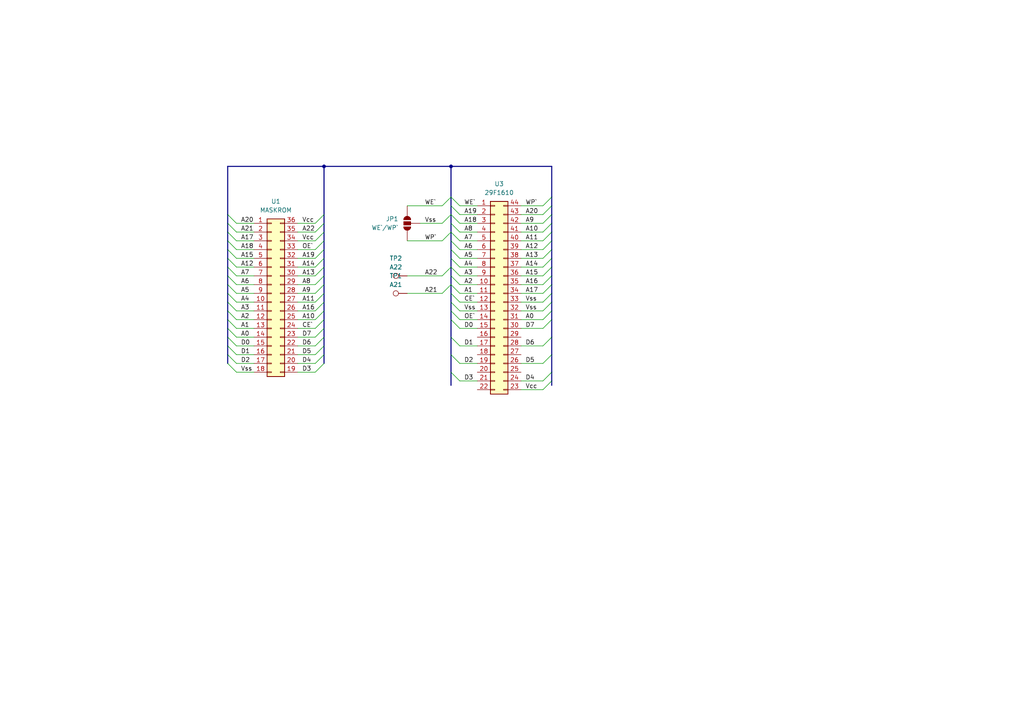
<source format=kicad_sch>
(kicad_sch
	(version 20250114)
	(generator "eeschema")
	(generator_version "9.0")
	(uuid "04238f28-9b6b-499e-bfd3-7cbdeddf7961")
	(paper "A4")
	(lib_symbols
		(symbol "Connector:TestPoint"
			(pin_numbers
				(hide yes)
			)
			(pin_names
				(offset 0.762)
				(hide yes)
			)
			(exclude_from_sim no)
			(in_bom yes)
			(on_board yes)
			(property "Reference" "TP"
				(at 0 6.858 0)
				(effects
					(font
						(size 1.27 1.27)
					)
				)
			)
			(property "Value" "TestPoint"
				(at 0 5.08 0)
				(effects
					(font
						(size 1.27 1.27)
					)
				)
			)
			(property "Footprint" ""
				(at 5.08 0 0)
				(effects
					(font
						(size 1.27 1.27)
					)
					(hide yes)
				)
			)
			(property "Datasheet" "~"
				(at 5.08 0 0)
				(effects
					(font
						(size 1.27 1.27)
					)
					(hide yes)
				)
			)
			(property "Description" "test point"
				(at 0 0 0)
				(effects
					(font
						(size 1.27 1.27)
					)
					(hide yes)
				)
			)
			(property "ki_keywords" "test point tp"
				(at 0 0 0)
				(effects
					(font
						(size 1.27 1.27)
					)
					(hide yes)
				)
			)
			(property "ki_fp_filters" "Pin* Test*"
				(at 0 0 0)
				(effects
					(font
						(size 1.27 1.27)
					)
					(hide yes)
				)
			)
			(symbol "TestPoint_0_1"
				(circle
					(center 0 3.302)
					(radius 0.762)
					(stroke
						(width 0)
						(type default)
					)
					(fill
						(type none)
					)
				)
			)
			(symbol "TestPoint_1_1"
				(pin passive line
					(at 0 0 90)
					(length 2.54)
					(name "1"
						(effects
							(font
								(size 1.27 1.27)
							)
						)
					)
					(number "1"
						(effects
							(font
								(size 1.27 1.27)
							)
						)
					)
				)
			)
			(embedded_fonts no)
		)
		(symbol "Connector_Generic:Conn_02x18_Counter_Clockwise"
			(pin_names
				(offset 1.016)
				(hide yes)
			)
			(exclude_from_sim no)
			(in_bom yes)
			(on_board yes)
			(property "Reference" "J"
				(at 1.27 22.86 0)
				(effects
					(font
						(size 1.27 1.27)
					)
				)
			)
			(property "Value" "Conn_02x18_Counter_Clockwise"
				(at 1.27 -25.4 0)
				(effects
					(font
						(size 1.27 1.27)
					)
				)
			)
			(property "Footprint" ""
				(at 0 0 0)
				(effects
					(font
						(size 1.27 1.27)
					)
					(hide yes)
				)
			)
			(property "Datasheet" "~"
				(at 0 0 0)
				(effects
					(font
						(size 1.27 1.27)
					)
					(hide yes)
				)
			)
			(property "Description" "Generic connector, double row, 02x18, counter clockwise pin numbering scheme (similar to DIP package numbering), script generated (kicad-library-utils/schlib/autogen/connector/)"
				(at 0 0 0)
				(effects
					(font
						(size 1.27 1.27)
					)
					(hide yes)
				)
			)
			(property "ki_keywords" "connector"
				(at 0 0 0)
				(effects
					(font
						(size 1.27 1.27)
					)
					(hide yes)
				)
			)
			(property "ki_fp_filters" "Connector*:*_2x??_*"
				(at 0 0 0)
				(effects
					(font
						(size 1.27 1.27)
					)
					(hide yes)
				)
			)
			(symbol "Conn_02x18_Counter_Clockwise_1_1"
				(rectangle
					(start -1.27 21.59)
					(end 3.81 -24.13)
					(stroke
						(width 0.254)
						(type default)
					)
					(fill
						(type background)
					)
				)
				(rectangle
					(start -1.27 20.447)
					(end 0 20.193)
					(stroke
						(width 0.1524)
						(type default)
					)
					(fill
						(type none)
					)
				)
				(rectangle
					(start -1.27 17.907)
					(end 0 17.653)
					(stroke
						(width 0.1524)
						(type default)
					)
					(fill
						(type none)
					)
				)
				(rectangle
					(start -1.27 15.367)
					(end 0 15.113)
					(stroke
						(width 0.1524)
						(type default)
					)
					(fill
						(type none)
					)
				)
				(rectangle
					(start -1.27 12.827)
					(end 0 12.573)
					(stroke
						(width 0.1524)
						(type default)
					)
					(fill
						(type none)
					)
				)
				(rectangle
					(start -1.27 10.287)
					(end 0 10.033)
					(stroke
						(width 0.1524)
						(type default)
					)
					(fill
						(type none)
					)
				)
				(rectangle
					(start -1.27 7.747)
					(end 0 7.493)
					(stroke
						(width 0.1524)
						(type default)
					)
					(fill
						(type none)
					)
				)
				(rectangle
					(start -1.27 5.207)
					(end 0 4.953)
					(stroke
						(width 0.1524)
						(type default)
					)
					(fill
						(type none)
					)
				)
				(rectangle
					(start -1.27 2.667)
					(end 0 2.413)
					(stroke
						(width 0.1524)
						(type default)
					)
					(fill
						(type none)
					)
				)
				(rectangle
					(start -1.27 0.127)
					(end 0 -0.127)
					(stroke
						(width 0.1524)
						(type default)
					)
					(fill
						(type none)
					)
				)
				(rectangle
					(start -1.27 -2.413)
					(end 0 -2.667)
					(stroke
						(width 0.1524)
						(type default)
					)
					(fill
						(type none)
					)
				)
				(rectangle
					(start -1.27 -4.953)
					(end 0 -5.207)
					(stroke
						(width 0.1524)
						(type default)
					)
					(fill
						(type none)
					)
				)
				(rectangle
					(start -1.27 -7.493)
					(end 0 -7.747)
					(stroke
						(width 0.1524)
						(type default)
					)
					(fill
						(type none)
					)
				)
				(rectangle
					(start -1.27 -10.033)
					(end 0 -10.287)
					(stroke
						(width 0.1524)
						(type default)
					)
					(fill
						(type none)
					)
				)
				(rectangle
					(start -1.27 -12.573)
					(end 0 -12.827)
					(stroke
						(width 0.1524)
						(type default)
					)
					(fill
						(type none)
					)
				)
				(rectangle
					(start -1.27 -15.113)
					(end 0 -15.367)
					(stroke
						(width 0.1524)
						(type default)
					)
					(fill
						(type none)
					)
				)
				(rectangle
					(start -1.27 -17.653)
					(end 0 -17.907)
					(stroke
						(width 0.1524)
						(type default)
					)
					(fill
						(type none)
					)
				)
				(rectangle
					(start -1.27 -20.193)
					(end 0 -20.447)
					(stroke
						(width 0.1524)
						(type default)
					)
					(fill
						(type none)
					)
				)
				(rectangle
					(start -1.27 -22.733)
					(end 0 -22.987)
					(stroke
						(width 0.1524)
						(type default)
					)
					(fill
						(type none)
					)
				)
				(rectangle
					(start 3.81 20.447)
					(end 2.54 20.193)
					(stroke
						(width 0.1524)
						(type default)
					)
					(fill
						(type none)
					)
				)
				(rectangle
					(start 3.81 17.907)
					(end 2.54 17.653)
					(stroke
						(width 0.1524)
						(type default)
					)
					(fill
						(type none)
					)
				)
				(rectangle
					(start 3.81 15.367)
					(end 2.54 15.113)
					(stroke
						(width 0.1524)
						(type default)
					)
					(fill
						(type none)
					)
				)
				(rectangle
					(start 3.81 12.827)
					(end 2.54 12.573)
					(stroke
						(width 0.1524)
						(type default)
					)
					(fill
						(type none)
					)
				)
				(rectangle
					(start 3.81 10.287)
					(end 2.54 10.033)
					(stroke
						(width 0.1524)
						(type default)
					)
					(fill
						(type none)
					)
				)
				(rectangle
					(start 3.81 7.747)
					(end 2.54 7.493)
					(stroke
						(width 0.1524)
						(type default)
					)
					(fill
						(type none)
					)
				)
				(rectangle
					(start 3.81 5.207)
					(end 2.54 4.953)
					(stroke
						(width 0.1524)
						(type default)
					)
					(fill
						(type none)
					)
				)
				(rectangle
					(start 3.81 2.667)
					(end 2.54 2.413)
					(stroke
						(width 0.1524)
						(type default)
					)
					(fill
						(type none)
					)
				)
				(rectangle
					(start 3.81 0.127)
					(end 2.54 -0.127)
					(stroke
						(width 0.1524)
						(type default)
					)
					(fill
						(type none)
					)
				)
				(rectangle
					(start 3.81 -2.413)
					(end 2.54 -2.667)
					(stroke
						(width 0.1524)
						(type default)
					)
					(fill
						(type none)
					)
				)
				(rectangle
					(start 3.81 -4.953)
					(end 2.54 -5.207)
					(stroke
						(width 0.1524)
						(type default)
					)
					(fill
						(type none)
					)
				)
				(rectangle
					(start 3.81 -7.493)
					(end 2.54 -7.747)
					(stroke
						(width 0.1524)
						(type default)
					)
					(fill
						(type none)
					)
				)
				(rectangle
					(start 3.81 -10.033)
					(end 2.54 -10.287)
					(stroke
						(width 0.1524)
						(type default)
					)
					(fill
						(type none)
					)
				)
				(rectangle
					(start 3.81 -12.573)
					(end 2.54 -12.827)
					(stroke
						(width 0.1524)
						(type default)
					)
					(fill
						(type none)
					)
				)
				(rectangle
					(start 3.81 -15.113)
					(end 2.54 -15.367)
					(stroke
						(width 0.1524)
						(type default)
					)
					(fill
						(type none)
					)
				)
				(rectangle
					(start 3.81 -17.653)
					(end 2.54 -17.907)
					(stroke
						(width 0.1524)
						(type default)
					)
					(fill
						(type none)
					)
				)
				(rectangle
					(start 3.81 -20.193)
					(end 2.54 -20.447)
					(stroke
						(width 0.1524)
						(type default)
					)
					(fill
						(type none)
					)
				)
				(rectangle
					(start 3.81 -22.733)
					(end 2.54 -22.987)
					(stroke
						(width 0.1524)
						(type default)
					)
					(fill
						(type none)
					)
				)
				(pin passive line
					(at -5.08 20.32 0)
					(length 3.81)
					(name "Pin_1"
						(effects
							(font
								(size 1.27 1.27)
							)
						)
					)
					(number "1"
						(effects
							(font
								(size 1.27 1.27)
							)
						)
					)
				)
				(pin passive line
					(at -5.08 17.78 0)
					(length 3.81)
					(name "Pin_2"
						(effects
							(font
								(size 1.27 1.27)
							)
						)
					)
					(number "2"
						(effects
							(font
								(size 1.27 1.27)
							)
						)
					)
				)
				(pin passive line
					(at -5.08 15.24 0)
					(length 3.81)
					(name "Pin_3"
						(effects
							(font
								(size 1.27 1.27)
							)
						)
					)
					(number "3"
						(effects
							(font
								(size 1.27 1.27)
							)
						)
					)
				)
				(pin passive line
					(at -5.08 12.7 0)
					(length 3.81)
					(name "Pin_4"
						(effects
							(font
								(size 1.27 1.27)
							)
						)
					)
					(number "4"
						(effects
							(font
								(size 1.27 1.27)
							)
						)
					)
				)
				(pin passive line
					(at -5.08 10.16 0)
					(length 3.81)
					(name "Pin_5"
						(effects
							(font
								(size 1.27 1.27)
							)
						)
					)
					(number "5"
						(effects
							(font
								(size 1.27 1.27)
							)
						)
					)
				)
				(pin passive line
					(at -5.08 7.62 0)
					(length 3.81)
					(name "Pin_6"
						(effects
							(font
								(size 1.27 1.27)
							)
						)
					)
					(number "6"
						(effects
							(font
								(size 1.27 1.27)
							)
						)
					)
				)
				(pin passive line
					(at -5.08 5.08 0)
					(length 3.81)
					(name "Pin_7"
						(effects
							(font
								(size 1.27 1.27)
							)
						)
					)
					(number "7"
						(effects
							(font
								(size 1.27 1.27)
							)
						)
					)
				)
				(pin passive line
					(at -5.08 2.54 0)
					(length 3.81)
					(name "Pin_8"
						(effects
							(font
								(size 1.27 1.27)
							)
						)
					)
					(number "8"
						(effects
							(font
								(size 1.27 1.27)
							)
						)
					)
				)
				(pin passive line
					(at -5.08 0 0)
					(length 3.81)
					(name "Pin_9"
						(effects
							(font
								(size 1.27 1.27)
							)
						)
					)
					(number "9"
						(effects
							(font
								(size 1.27 1.27)
							)
						)
					)
				)
				(pin passive line
					(at -5.08 -2.54 0)
					(length 3.81)
					(name "Pin_10"
						(effects
							(font
								(size 1.27 1.27)
							)
						)
					)
					(number "10"
						(effects
							(font
								(size 1.27 1.27)
							)
						)
					)
				)
				(pin passive line
					(at -5.08 -5.08 0)
					(length 3.81)
					(name "Pin_11"
						(effects
							(font
								(size 1.27 1.27)
							)
						)
					)
					(number "11"
						(effects
							(font
								(size 1.27 1.27)
							)
						)
					)
				)
				(pin passive line
					(at -5.08 -7.62 0)
					(length 3.81)
					(name "Pin_12"
						(effects
							(font
								(size 1.27 1.27)
							)
						)
					)
					(number "12"
						(effects
							(font
								(size 1.27 1.27)
							)
						)
					)
				)
				(pin passive line
					(at -5.08 -10.16 0)
					(length 3.81)
					(name "Pin_13"
						(effects
							(font
								(size 1.27 1.27)
							)
						)
					)
					(number "13"
						(effects
							(font
								(size 1.27 1.27)
							)
						)
					)
				)
				(pin passive line
					(at -5.08 -12.7 0)
					(length 3.81)
					(name "Pin_14"
						(effects
							(font
								(size 1.27 1.27)
							)
						)
					)
					(number "14"
						(effects
							(font
								(size 1.27 1.27)
							)
						)
					)
				)
				(pin passive line
					(at -5.08 -15.24 0)
					(length 3.81)
					(name "Pin_15"
						(effects
							(font
								(size 1.27 1.27)
							)
						)
					)
					(number "15"
						(effects
							(font
								(size 1.27 1.27)
							)
						)
					)
				)
				(pin passive line
					(at -5.08 -17.78 0)
					(length 3.81)
					(name "Pin_16"
						(effects
							(font
								(size 1.27 1.27)
							)
						)
					)
					(number "16"
						(effects
							(font
								(size 1.27 1.27)
							)
						)
					)
				)
				(pin passive line
					(at -5.08 -20.32 0)
					(length 3.81)
					(name "Pin_17"
						(effects
							(font
								(size 1.27 1.27)
							)
						)
					)
					(number "17"
						(effects
							(font
								(size 1.27 1.27)
							)
						)
					)
				)
				(pin passive line
					(at -5.08 -22.86 0)
					(length 3.81)
					(name "Pin_18"
						(effects
							(font
								(size 1.27 1.27)
							)
						)
					)
					(number "18"
						(effects
							(font
								(size 1.27 1.27)
							)
						)
					)
				)
				(pin passive line
					(at 7.62 20.32 180)
					(length 3.81)
					(name "Pin_36"
						(effects
							(font
								(size 1.27 1.27)
							)
						)
					)
					(number "36"
						(effects
							(font
								(size 1.27 1.27)
							)
						)
					)
				)
				(pin passive line
					(at 7.62 17.78 180)
					(length 3.81)
					(name "Pin_35"
						(effects
							(font
								(size 1.27 1.27)
							)
						)
					)
					(number "35"
						(effects
							(font
								(size 1.27 1.27)
							)
						)
					)
				)
				(pin passive line
					(at 7.62 15.24 180)
					(length 3.81)
					(name "Pin_34"
						(effects
							(font
								(size 1.27 1.27)
							)
						)
					)
					(number "34"
						(effects
							(font
								(size 1.27 1.27)
							)
						)
					)
				)
				(pin passive line
					(at 7.62 12.7 180)
					(length 3.81)
					(name "Pin_33"
						(effects
							(font
								(size 1.27 1.27)
							)
						)
					)
					(number "33"
						(effects
							(font
								(size 1.27 1.27)
							)
						)
					)
				)
				(pin passive line
					(at 7.62 10.16 180)
					(length 3.81)
					(name "Pin_32"
						(effects
							(font
								(size 1.27 1.27)
							)
						)
					)
					(number "32"
						(effects
							(font
								(size 1.27 1.27)
							)
						)
					)
				)
				(pin passive line
					(at 7.62 7.62 180)
					(length 3.81)
					(name "Pin_31"
						(effects
							(font
								(size 1.27 1.27)
							)
						)
					)
					(number "31"
						(effects
							(font
								(size 1.27 1.27)
							)
						)
					)
				)
				(pin passive line
					(at 7.62 5.08 180)
					(length 3.81)
					(name "Pin_30"
						(effects
							(font
								(size 1.27 1.27)
							)
						)
					)
					(number "30"
						(effects
							(font
								(size 1.27 1.27)
							)
						)
					)
				)
				(pin passive line
					(at 7.62 2.54 180)
					(length 3.81)
					(name "Pin_29"
						(effects
							(font
								(size 1.27 1.27)
							)
						)
					)
					(number "29"
						(effects
							(font
								(size 1.27 1.27)
							)
						)
					)
				)
				(pin passive line
					(at 7.62 0 180)
					(length 3.81)
					(name "Pin_28"
						(effects
							(font
								(size 1.27 1.27)
							)
						)
					)
					(number "28"
						(effects
							(font
								(size 1.27 1.27)
							)
						)
					)
				)
				(pin passive line
					(at 7.62 -2.54 180)
					(length 3.81)
					(name "Pin_27"
						(effects
							(font
								(size 1.27 1.27)
							)
						)
					)
					(number "27"
						(effects
							(font
								(size 1.27 1.27)
							)
						)
					)
				)
				(pin passive line
					(at 7.62 -5.08 180)
					(length 3.81)
					(name "Pin_26"
						(effects
							(font
								(size 1.27 1.27)
							)
						)
					)
					(number "26"
						(effects
							(font
								(size 1.27 1.27)
							)
						)
					)
				)
				(pin passive line
					(at 7.62 -7.62 180)
					(length 3.81)
					(name "Pin_25"
						(effects
							(font
								(size 1.27 1.27)
							)
						)
					)
					(number "25"
						(effects
							(font
								(size 1.27 1.27)
							)
						)
					)
				)
				(pin passive line
					(at 7.62 -10.16 180)
					(length 3.81)
					(name "Pin_24"
						(effects
							(font
								(size 1.27 1.27)
							)
						)
					)
					(number "24"
						(effects
							(font
								(size 1.27 1.27)
							)
						)
					)
				)
				(pin passive line
					(at 7.62 -12.7 180)
					(length 3.81)
					(name "Pin_23"
						(effects
							(font
								(size 1.27 1.27)
							)
						)
					)
					(number "23"
						(effects
							(font
								(size 1.27 1.27)
							)
						)
					)
				)
				(pin passive line
					(at 7.62 -15.24 180)
					(length 3.81)
					(name "Pin_22"
						(effects
							(font
								(size 1.27 1.27)
							)
						)
					)
					(number "22"
						(effects
							(font
								(size 1.27 1.27)
							)
						)
					)
				)
				(pin passive line
					(at 7.62 -17.78 180)
					(length 3.81)
					(name "Pin_21"
						(effects
							(font
								(size 1.27 1.27)
							)
						)
					)
					(number "21"
						(effects
							(font
								(size 1.27 1.27)
							)
						)
					)
				)
				(pin passive line
					(at 7.62 -20.32 180)
					(length 3.81)
					(name "Pin_20"
						(effects
							(font
								(size 1.27 1.27)
							)
						)
					)
					(number "20"
						(effects
							(font
								(size 1.27 1.27)
							)
						)
					)
				)
				(pin passive line
					(at 7.62 -22.86 180)
					(length 3.81)
					(name "Pin_19"
						(effects
							(font
								(size 1.27 1.27)
							)
						)
					)
					(number "19"
						(effects
							(font
								(size 1.27 1.27)
							)
						)
					)
				)
			)
			(embedded_fonts no)
		)
		(symbol "Connector_Generic:Conn_02x22_Counter_Clockwise"
			(pin_names
				(offset 1.016)
				(hide yes)
			)
			(exclude_from_sim no)
			(in_bom yes)
			(on_board yes)
			(property "Reference" "J"
				(at 1.27 27.94 0)
				(effects
					(font
						(size 1.27 1.27)
					)
				)
			)
			(property "Value" "Conn_02x22_Counter_Clockwise"
				(at 1.27 -30.48 0)
				(effects
					(font
						(size 1.27 1.27)
					)
				)
			)
			(property "Footprint" ""
				(at 0 0 0)
				(effects
					(font
						(size 1.27 1.27)
					)
					(hide yes)
				)
			)
			(property "Datasheet" "~"
				(at 0 0 0)
				(effects
					(font
						(size 1.27 1.27)
					)
					(hide yes)
				)
			)
			(property "Description" "Generic connector, double row, 02x22, counter clockwise pin numbering scheme (similar to DIP package numbering), script generated (kicad-library-utils/schlib/autogen/connector/)"
				(at 0 0 0)
				(effects
					(font
						(size 1.27 1.27)
					)
					(hide yes)
				)
			)
			(property "ki_keywords" "connector"
				(at 0 0 0)
				(effects
					(font
						(size 1.27 1.27)
					)
					(hide yes)
				)
			)
			(property "ki_fp_filters" "Connector*:*_2x??_*"
				(at 0 0 0)
				(effects
					(font
						(size 1.27 1.27)
					)
					(hide yes)
				)
			)
			(symbol "Conn_02x22_Counter_Clockwise_1_1"
				(rectangle
					(start -1.27 26.67)
					(end 3.81 -29.21)
					(stroke
						(width 0.254)
						(type default)
					)
					(fill
						(type background)
					)
				)
				(rectangle
					(start -1.27 25.527)
					(end 0 25.273)
					(stroke
						(width 0.1524)
						(type default)
					)
					(fill
						(type none)
					)
				)
				(rectangle
					(start -1.27 22.987)
					(end 0 22.733)
					(stroke
						(width 0.1524)
						(type default)
					)
					(fill
						(type none)
					)
				)
				(rectangle
					(start -1.27 20.447)
					(end 0 20.193)
					(stroke
						(width 0.1524)
						(type default)
					)
					(fill
						(type none)
					)
				)
				(rectangle
					(start -1.27 17.907)
					(end 0 17.653)
					(stroke
						(width 0.1524)
						(type default)
					)
					(fill
						(type none)
					)
				)
				(rectangle
					(start -1.27 15.367)
					(end 0 15.113)
					(stroke
						(width 0.1524)
						(type default)
					)
					(fill
						(type none)
					)
				)
				(rectangle
					(start -1.27 12.827)
					(end 0 12.573)
					(stroke
						(width 0.1524)
						(type default)
					)
					(fill
						(type none)
					)
				)
				(rectangle
					(start -1.27 10.287)
					(end 0 10.033)
					(stroke
						(width 0.1524)
						(type default)
					)
					(fill
						(type none)
					)
				)
				(rectangle
					(start -1.27 7.747)
					(end 0 7.493)
					(stroke
						(width 0.1524)
						(type default)
					)
					(fill
						(type none)
					)
				)
				(rectangle
					(start -1.27 5.207)
					(end 0 4.953)
					(stroke
						(width 0.1524)
						(type default)
					)
					(fill
						(type none)
					)
				)
				(rectangle
					(start -1.27 2.667)
					(end 0 2.413)
					(stroke
						(width 0.1524)
						(type default)
					)
					(fill
						(type none)
					)
				)
				(rectangle
					(start -1.27 0.127)
					(end 0 -0.127)
					(stroke
						(width 0.1524)
						(type default)
					)
					(fill
						(type none)
					)
				)
				(rectangle
					(start -1.27 -2.413)
					(end 0 -2.667)
					(stroke
						(width 0.1524)
						(type default)
					)
					(fill
						(type none)
					)
				)
				(rectangle
					(start -1.27 -4.953)
					(end 0 -5.207)
					(stroke
						(width 0.1524)
						(type default)
					)
					(fill
						(type none)
					)
				)
				(rectangle
					(start -1.27 -7.493)
					(end 0 -7.747)
					(stroke
						(width 0.1524)
						(type default)
					)
					(fill
						(type none)
					)
				)
				(rectangle
					(start -1.27 -10.033)
					(end 0 -10.287)
					(stroke
						(width 0.1524)
						(type default)
					)
					(fill
						(type none)
					)
				)
				(rectangle
					(start -1.27 -12.573)
					(end 0 -12.827)
					(stroke
						(width 0.1524)
						(type default)
					)
					(fill
						(type none)
					)
				)
				(rectangle
					(start -1.27 -15.113)
					(end 0 -15.367)
					(stroke
						(width 0.1524)
						(type default)
					)
					(fill
						(type none)
					)
				)
				(rectangle
					(start -1.27 -17.653)
					(end 0 -17.907)
					(stroke
						(width 0.1524)
						(type default)
					)
					(fill
						(type none)
					)
				)
				(rectangle
					(start -1.27 -20.193)
					(end 0 -20.447)
					(stroke
						(width 0.1524)
						(type default)
					)
					(fill
						(type none)
					)
				)
				(rectangle
					(start -1.27 -22.733)
					(end 0 -22.987)
					(stroke
						(width 0.1524)
						(type default)
					)
					(fill
						(type none)
					)
				)
				(rectangle
					(start -1.27 -25.273)
					(end 0 -25.527)
					(stroke
						(width 0.1524)
						(type default)
					)
					(fill
						(type none)
					)
				)
				(rectangle
					(start -1.27 -27.813)
					(end 0 -28.067)
					(stroke
						(width 0.1524)
						(type default)
					)
					(fill
						(type none)
					)
				)
				(rectangle
					(start 3.81 25.527)
					(end 2.54 25.273)
					(stroke
						(width 0.1524)
						(type default)
					)
					(fill
						(type none)
					)
				)
				(rectangle
					(start 3.81 22.987)
					(end 2.54 22.733)
					(stroke
						(width 0.1524)
						(type default)
					)
					(fill
						(type none)
					)
				)
				(rectangle
					(start 3.81 20.447)
					(end 2.54 20.193)
					(stroke
						(width 0.1524)
						(type default)
					)
					(fill
						(type none)
					)
				)
				(rectangle
					(start 3.81 17.907)
					(end 2.54 17.653)
					(stroke
						(width 0.1524)
						(type default)
					)
					(fill
						(type none)
					)
				)
				(rectangle
					(start 3.81 15.367)
					(end 2.54 15.113)
					(stroke
						(width 0.1524)
						(type default)
					)
					(fill
						(type none)
					)
				)
				(rectangle
					(start 3.81 12.827)
					(end 2.54 12.573)
					(stroke
						(width 0.1524)
						(type default)
					)
					(fill
						(type none)
					)
				)
				(rectangle
					(start 3.81 10.287)
					(end 2.54 10.033)
					(stroke
						(width 0.1524)
						(type default)
					)
					(fill
						(type none)
					)
				)
				(rectangle
					(start 3.81 7.747)
					(end 2.54 7.493)
					(stroke
						(width 0.1524)
						(type default)
					)
					(fill
						(type none)
					)
				)
				(rectangle
					(start 3.81 5.207)
					(end 2.54 4.953)
					(stroke
						(width 0.1524)
						(type default)
					)
					(fill
						(type none)
					)
				)
				(rectangle
					(start 3.81 2.667)
					(end 2.54 2.413)
					(stroke
						(width 0.1524)
						(type default)
					)
					(fill
						(type none)
					)
				)
				(rectangle
					(start 3.81 0.127)
					(end 2.54 -0.127)
					(stroke
						(width 0.1524)
						(type default)
					)
					(fill
						(type none)
					)
				)
				(rectangle
					(start 3.81 -2.413)
					(end 2.54 -2.667)
					(stroke
						(width 0.1524)
						(type default)
					)
					(fill
						(type none)
					)
				)
				(rectangle
					(start 3.81 -4.953)
					(end 2.54 -5.207)
					(stroke
						(width 0.1524)
						(type default)
					)
					(fill
						(type none)
					)
				)
				(rectangle
					(start 3.81 -7.493)
					(end 2.54 -7.747)
					(stroke
						(width 0.1524)
						(type default)
					)
					(fill
						(type none)
					)
				)
				(rectangle
					(start 3.81 -10.033)
					(end 2.54 -10.287)
					(stroke
						(width 0.1524)
						(type default)
					)
					(fill
						(type none)
					)
				)
				(rectangle
					(start 3.81 -12.573)
					(end 2.54 -12.827)
					(stroke
						(width 0.1524)
						(type default)
					)
					(fill
						(type none)
					)
				)
				(rectangle
					(start 3.81 -15.113)
					(end 2.54 -15.367)
					(stroke
						(width 0.1524)
						(type default)
					)
					(fill
						(type none)
					)
				)
				(rectangle
					(start 3.81 -17.653)
					(end 2.54 -17.907)
					(stroke
						(width 0.1524)
						(type default)
					)
					(fill
						(type none)
					)
				)
				(rectangle
					(start 3.81 -20.193)
					(end 2.54 -20.447)
					(stroke
						(width 0.1524)
						(type default)
					)
					(fill
						(type none)
					)
				)
				(rectangle
					(start 3.81 -22.733)
					(end 2.54 -22.987)
					(stroke
						(width 0.1524)
						(type default)
					)
					(fill
						(type none)
					)
				)
				(rectangle
					(start 3.81 -25.273)
					(end 2.54 -25.527)
					(stroke
						(width 0.1524)
						(type default)
					)
					(fill
						(type none)
					)
				)
				(rectangle
					(start 3.81 -27.813)
					(end 2.54 -28.067)
					(stroke
						(width 0.1524)
						(type default)
					)
					(fill
						(type none)
					)
				)
				(pin passive line
					(at -5.08 25.4 0)
					(length 3.81)
					(name "Pin_1"
						(effects
							(font
								(size 1.27 1.27)
							)
						)
					)
					(number "1"
						(effects
							(font
								(size 1.27 1.27)
							)
						)
					)
				)
				(pin passive line
					(at -5.08 22.86 0)
					(length 3.81)
					(name "Pin_2"
						(effects
							(font
								(size 1.27 1.27)
							)
						)
					)
					(number "2"
						(effects
							(font
								(size 1.27 1.27)
							)
						)
					)
				)
				(pin passive line
					(at -5.08 20.32 0)
					(length 3.81)
					(name "Pin_3"
						(effects
							(font
								(size 1.27 1.27)
							)
						)
					)
					(number "3"
						(effects
							(font
								(size 1.27 1.27)
							)
						)
					)
				)
				(pin passive line
					(at -5.08 17.78 0)
					(length 3.81)
					(name "Pin_4"
						(effects
							(font
								(size 1.27 1.27)
							)
						)
					)
					(number "4"
						(effects
							(font
								(size 1.27 1.27)
							)
						)
					)
				)
				(pin passive line
					(at -5.08 15.24 0)
					(length 3.81)
					(name "Pin_5"
						(effects
							(font
								(size 1.27 1.27)
							)
						)
					)
					(number "5"
						(effects
							(font
								(size 1.27 1.27)
							)
						)
					)
				)
				(pin passive line
					(at -5.08 12.7 0)
					(length 3.81)
					(name "Pin_6"
						(effects
							(font
								(size 1.27 1.27)
							)
						)
					)
					(number "6"
						(effects
							(font
								(size 1.27 1.27)
							)
						)
					)
				)
				(pin passive line
					(at -5.08 10.16 0)
					(length 3.81)
					(name "Pin_7"
						(effects
							(font
								(size 1.27 1.27)
							)
						)
					)
					(number "7"
						(effects
							(font
								(size 1.27 1.27)
							)
						)
					)
				)
				(pin passive line
					(at -5.08 7.62 0)
					(length 3.81)
					(name "Pin_8"
						(effects
							(font
								(size 1.27 1.27)
							)
						)
					)
					(number "8"
						(effects
							(font
								(size 1.27 1.27)
							)
						)
					)
				)
				(pin passive line
					(at -5.08 5.08 0)
					(length 3.81)
					(name "Pin_9"
						(effects
							(font
								(size 1.27 1.27)
							)
						)
					)
					(number "9"
						(effects
							(font
								(size 1.27 1.27)
							)
						)
					)
				)
				(pin passive line
					(at -5.08 2.54 0)
					(length 3.81)
					(name "Pin_10"
						(effects
							(font
								(size 1.27 1.27)
							)
						)
					)
					(number "10"
						(effects
							(font
								(size 1.27 1.27)
							)
						)
					)
				)
				(pin passive line
					(at -5.08 0 0)
					(length 3.81)
					(name "Pin_11"
						(effects
							(font
								(size 1.27 1.27)
							)
						)
					)
					(number "11"
						(effects
							(font
								(size 1.27 1.27)
							)
						)
					)
				)
				(pin passive line
					(at -5.08 -2.54 0)
					(length 3.81)
					(name "Pin_12"
						(effects
							(font
								(size 1.27 1.27)
							)
						)
					)
					(number "12"
						(effects
							(font
								(size 1.27 1.27)
							)
						)
					)
				)
				(pin passive line
					(at -5.08 -5.08 0)
					(length 3.81)
					(name "Pin_13"
						(effects
							(font
								(size 1.27 1.27)
							)
						)
					)
					(number "13"
						(effects
							(font
								(size 1.27 1.27)
							)
						)
					)
				)
				(pin passive line
					(at -5.08 -7.62 0)
					(length 3.81)
					(name "Pin_14"
						(effects
							(font
								(size 1.27 1.27)
							)
						)
					)
					(number "14"
						(effects
							(font
								(size 1.27 1.27)
							)
						)
					)
				)
				(pin passive line
					(at -5.08 -10.16 0)
					(length 3.81)
					(name "Pin_15"
						(effects
							(font
								(size 1.27 1.27)
							)
						)
					)
					(number "15"
						(effects
							(font
								(size 1.27 1.27)
							)
						)
					)
				)
				(pin passive line
					(at -5.08 -12.7 0)
					(length 3.81)
					(name "Pin_16"
						(effects
							(font
								(size 1.27 1.27)
							)
						)
					)
					(number "16"
						(effects
							(font
								(size 1.27 1.27)
							)
						)
					)
				)
				(pin passive line
					(at -5.08 -15.24 0)
					(length 3.81)
					(name "Pin_17"
						(effects
							(font
								(size 1.27 1.27)
							)
						)
					)
					(number "17"
						(effects
							(font
								(size 1.27 1.27)
							)
						)
					)
				)
				(pin passive line
					(at -5.08 -17.78 0)
					(length 3.81)
					(name "Pin_18"
						(effects
							(font
								(size 1.27 1.27)
							)
						)
					)
					(number "18"
						(effects
							(font
								(size 1.27 1.27)
							)
						)
					)
				)
				(pin passive line
					(at -5.08 -20.32 0)
					(length 3.81)
					(name "Pin_19"
						(effects
							(font
								(size 1.27 1.27)
							)
						)
					)
					(number "19"
						(effects
							(font
								(size 1.27 1.27)
							)
						)
					)
				)
				(pin passive line
					(at -5.08 -22.86 0)
					(length 3.81)
					(name "Pin_20"
						(effects
							(font
								(size 1.27 1.27)
							)
						)
					)
					(number "20"
						(effects
							(font
								(size 1.27 1.27)
							)
						)
					)
				)
				(pin passive line
					(at -5.08 -25.4 0)
					(length 3.81)
					(name "Pin_21"
						(effects
							(font
								(size 1.27 1.27)
							)
						)
					)
					(number "21"
						(effects
							(font
								(size 1.27 1.27)
							)
						)
					)
				)
				(pin passive line
					(at -5.08 -27.94 0)
					(length 3.81)
					(name "Pin_22"
						(effects
							(font
								(size 1.27 1.27)
							)
						)
					)
					(number "22"
						(effects
							(font
								(size 1.27 1.27)
							)
						)
					)
				)
				(pin passive line
					(at 7.62 25.4 180)
					(length 3.81)
					(name "Pin_44"
						(effects
							(font
								(size 1.27 1.27)
							)
						)
					)
					(number "44"
						(effects
							(font
								(size 1.27 1.27)
							)
						)
					)
				)
				(pin passive line
					(at 7.62 22.86 180)
					(length 3.81)
					(name "Pin_43"
						(effects
							(font
								(size 1.27 1.27)
							)
						)
					)
					(number "43"
						(effects
							(font
								(size 1.27 1.27)
							)
						)
					)
				)
				(pin passive line
					(at 7.62 20.32 180)
					(length 3.81)
					(name "Pin_42"
						(effects
							(font
								(size 1.27 1.27)
							)
						)
					)
					(number "42"
						(effects
							(font
								(size 1.27 1.27)
							)
						)
					)
				)
				(pin passive line
					(at 7.62 17.78 180)
					(length 3.81)
					(name "Pin_41"
						(effects
							(font
								(size 1.27 1.27)
							)
						)
					)
					(number "41"
						(effects
							(font
								(size 1.27 1.27)
							)
						)
					)
				)
				(pin passive line
					(at 7.62 15.24 180)
					(length 3.81)
					(name "Pin_40"
						(effects
							(font
								(size 1.27 1.27)
							)
						)
					)
					(number "40"
						(effects
							(font
								(size 1.27 1.27)
							)
						)
					)
				)
				(pin passive line
					(at 7.62 12.7 180)
					(length 3.81)
					(name "Pin_39"
						(effects
							(font
								(size 1.27 1.27)
							)
						)
					)
					(number "39"
						(effects
							(font
								(size 1.27 1.27)
							)
						)
					)
				)
				(pin passive line
					(at 7.62 10.16 180)
					(length 3.81)
					(name "Pin_38"
						(effects
							(font
								(size 1.27 1.27)
							)
						)
					)
					(number "38"
						(effects
							(font
								(size 1.27 1.27)
							)
						)
					)
				)
				(pin passive line
					(at 7.62 7.62 180)
					(length 3.81)
					(name "Pin_37"
						(effects
							(font
								(size 1.27 1.27)
							)
						)
					)
					(number "37"
						(effects
							(font
								(size 1.27 1.27)
							)
						)
					)
				)
				(pin passive line
					(at 7.62 5.08 180)
					(length 3.81)
					(name "Pin_36"
						(effects
							(font
								(size 1.27 1.27)
							)
						)
					)
					(number "36"
						(effects
							(font
								(size 1.27 1.27)
							)
						)
					)
				)
				(pin passive line
					(at 7.62 2.54 180)
					(length 3.81)
					(name "Pin_35"
						(effects
							(font
								(size 1.27 1.27)
							)
						)
					)
					(number "35"
						(effects
							(font
								(size 1.27 1.27)
							)
						)
					)
				)
				(pin passive line
					(at 7.62 0 180)
					(length 3.81)
					(name "Pin_34"
						(effects
							(font
								(size 1.27 1.27)
							)
						)
					)
					(number "34"
						(effects
							(font
								(size 1.27 1.27)
							)
						)
					)
				)
				(pin passive line
					(at 7.62 -2.54 180)
					(length 3.81)
					(name "Pin_33"
						(effects
							(font
								(size 1.27 1.27)
							)
						)
					)
					(number "33"
						(effects
							(font
								(size 1.27 1.27)
							)
						)
					)
				)
				(pin passive line
					(at 7.62 -5.08 180)
					(length 3.81)
					(name "Pin_32"
						(effects
							(font
								(size 1.27 1.27)
							)
						)
					)
					(number "32"
						(effects
							(font
								(size 1.27 1.27)
							)
						)
					)
				)
				(pin passive line
					(at 7.62 -7.62 180)
					(length 3.81)
					(name "Pin_31"
						(effects
							(font
								(size 1.27 1.27)
							)
						)
					)
					(number "31"
						(effects
							(font
								(size 1.27 1.27)
							)
						)
					)
				)
				(pin passive line
					(at 7.62 -10.16 180)
					(length 3.81)
					(name "Pin_30"
						(effects
							(font
								(size 1.27 1.27)
							)
						)
					)
					(number "30"
						(effects
							(font
								(size 1.27 1.27)
							)
						)
					)
				)
				(pin passive line
					(at 7.62 -12.7 180)
					(length 3.81)
					(name "Pin_29"
						(effects
							(font
								(size 1.27 1.27)
							)
						)
					)
					(number "29"
						(effects
							(font
								(size 1.27 1.27)
							)
						)
					)
				)
				(pin passive line
					(at 7.62 -15.24 180)
					(length 3.81)
					(name "Pin_28"
						(effects
							(font
								(size 1.27 1.27)
							)
						)
					)
					(number "28"
						(effects
							(font
								(size 1.27 1.27)
							)
						)
					)
				)
				(pin passive line
					(at 7.62 -17.78 180)
					(length 3.81)
					(name "Pin_27"
						(effects
							(font
								(size 1.27 1.27)
							)
						)
					)
					(number "27"
						(effects
							(font
								(size 1.27 1.27)
							)
						)
					)
				)
				(pin passive line
					(at 7.62 -20.32 180)
					(length 3.81)
					(name "Pin_26"
						(effects
							(font
								(size 1.27 1.27)
							)
						)
					)
					(number "26"
						(effects
							(font
								(size 1.27 1.27)
							)
						)
					)
				)
				(pin passive line
					(at 7.62 -22.86 180)
					(length 3.81)
					(name "Pin_25"
						(effects
							(font
								(size 1.27 1.27)
							)
						)
					)
					(number "25"
						(effects
							(font
								(size 1.27 1.27)
							)
						)
					)
				)
				(pin passive line
					(at 7.62 -25.4 180)
					(length 3.81)
					(name "Pin_24"
						(effects
							(font
								(size 1.27 1.27)
							)
						)
					)
					(number "24"
						(effects
							(font
								(size 1.27 1.27)
							)
						)
					)
				)
				(pin passive line
					(at 7.62 -27.94 180)
					(length 3.81)
					(name "Pin_23"
						(effects
							(font
								(size 1.27 1.27)
							)
						)
					)
					(number "23"
						(effects
							(font
								(size 1.27 1.27)
							)
						)
					)
				)
			)
			(embedded_fonts no)
		)
		(symbol "Jumper:SolderJumper_3_Open"
			(pin_numbers
				(hide yes)
			)
			(pin_names
				(offset 0)
				(hide yes)
			)
			(exclude_from_sim no)
			(in_bom no)
			(on_board yes)
			(property "Reference" "JP"
				(at -2.54 -2.54 0)
				(effects
					(font
						(size 1.27 1.27)
					)
				)
			)
			(property "Value" "SolderJumper_3_Open"
				(at 0 2.794 0)
				(effects
					(font
						(size 1.27 1.27)
					)
				)
			)
			(property "Footprint" ""
				(at 0 0 0)
				(effects
					(font
						(size 1.27 1.27)
					)
					(hide yes)
				)
			)
			(property "Datasheet" "~"
				(at 0 0 0)
				(effects
					(font
						(size 1.27 1.27)
					)
					(hide yes)
				)
			)
			(property "Description" "Solder Jumper, 3-pole, open"
				(at 0 0 0)
				(effects
					(font
						(size 1.27 1.27)
					)
					(hide yes)
				)
			)
			(property "ki_keywords" "Solder Jumper SPDT"
				(at 0 0 0)
				(effects
					(font
						(size 1.27 1.27)
					)
					(hide yes)
				)
			)
			(property "ki_fp_filters" "SolderJumper*Open*"
				(at 0 0 0)
				(effects
					(font
						(size 1.27 1.27)
					)
					(hide yes)
				)
			)
			(symbol "SolderJumper_3_Open_0_1"
				(polyline
					(pts
						(xy -2.54 0) (xy -2.032 0)
					)
					(stroke
						(width 0)
						(type default)
					)
					(fill
						(type none)
					)
				)
				(polyline
					(pts
						(xy -1.016 1.016) (xy -1.016 -1.016)
					)
					(stroke
						(width 0)
						(type default)
					)
					(fill
						(type none)
					)
				)
				(arc
					(start -1.016 -1.016)
					(mid -2.0276 0)
					(end -1.016 1.016)
					(stroke
						(width 0)
						(type default)
					)
					(fill
						(type none)
					)
				)
				(arc
					(start -1.016 -1.016)
					(mid -2.0276 0)
					(end -1.016 1.016)
					(stroke
						(width 0)
						(type default)
					)
					(fill
						(type outline)
					)
				)
				(rectangle
					(start -0.508 1.016)
					(end 0.508 -1.016)
					(stroke
						(width 0)
						(type default)
					)
					(fill
						(type outline)
					)
				)
				(polyline
					(pts
						(xy 0 -1.27) (xy 0 -1.016)
					)
					(stroke
						(width 0)
						(type default)
					)
					(fill
						(type none)
					)
				)
				(arc
					(start 1.016 1.016)
					(mid 2.0276 0)
					(end 1.016 -1.016)
					(stroke
						(width 0)
						(type default)
					)
					(fill
						(type none)
					)
				)
				(arc
					(start 1.016 1.016)
					(mid 2.0276 0)
					(end 1.016 -1.016)
					(stroke
						(width 0)
						(type default)
					)
					(fill
						(type outline)
					)
				)
				(polyline
					(pts
						(xy 1.016 1.016) (xy 1.016 -1.016)
					)
					(stroke
						(width 0)
						(type default)
					)
					(fill
						(type none)
					)
				)
				(polyline
					(pts
						(xy 2.54 0) (xy 2.032 0)
					)
					(stroke
						(width 0)
						(type default)
					)
					(fill
						(type none)
					)
				)
			)
			(symbol "SolderJumper_3_Open_1_1"
				(pin passive line
					(at -5.08 0 0)
					(length 2.54)
					(name "A"
						(effects
							(font
								(size 1.27 1.27)
							)
						)
					)
					(number "1"
						(effects
							(font
								(size 1.27 1.27)
							)
						)
					)
				)
				(pin passive line
					(at 0 -3.81 90)
					(length 2.54)
					(name "C"
						(effects
							(font
								(size 1.27 1.27)
							)
						)
					)
					(number "2"
						(effects
							(font
								(size 1.27 1.27)
							)
						)
					)
				)
				(pin passive line
					(at 5.08 0 180)
					(length 2.54)
					(name "B"
						(effects
							(font
								(size 1.27 1.27)
							)
						)
					)
					(number "3"
						(effects
							(font
								(size 1.27 1.27)
							)
						)
					)
				)
			)
			(embedded_fonts no)
		)
	)
	(junction
		(at 130.81 48.26)
		(diameter 0)
		(color 0 0 0 0)
		(uuid "0fe209d4-af58-4999-8103-dd15a302dc73")
	)
	(junction
		(at 93.98 48.26)
		(diameter 0)
		(color 0 0 0 0)
		(uuid "5e69efb0-7095-47ce-9860-943164ce92af")
	)
	(bus_entry
		(at 66.04 64.77)
		(size 2.54 2.54)
		(stroke
			(width 0)
			(type default)
		)
		(uuid "0912012a-a9b7-49e8-a3ce-378ef310d39b")
	)
	(bus_entry
		(at 157.48 74.93)
		(size 2.54 -2.54)
		(stroke
			(width 0)
			(type default)
		)
		(uuid "09e60a8b-d4e2-40d4-8667-fe372b16bec8")
	)
	(bus_entry
		(at 157.48 82.55)
		(size 2.54 -2.54)
		(stroke
			(width 0)
			(type default)
		)
		(uuid "0e6c7310-53f2-4bc9-ac6e-fa5faa57279b")
	)
	(bus_entry
		(at 157.48 95.25)
		(size 2.54 -2.54)
		(stroke
			(width 0)
			(type default)
		)
		(uuid "11ae7867-d2e2-41da-a2c8-950c802c7fca")
	)
	(bus_entry
		(at 128.27 59.69)
		(size 2.54 -2.54)
		(stroke
			(width 0)
			(type default)
		)
		(uuid "12a2e462-6d11-4427-9f47-ff6167c26eb4")
	)
	(bus_entry
		(at 130.81 80.01)
		(size 2.54 2.54)
		(stroke
			(width 0)
			(type default)
		)
		(uuid "144a7bb9-bc85-47e5-a683-1b0dd13bc595")
	)
	(bus_entry
		(at 91.44 64.77)
		(size 2.54 -2.54)
		(stroke
			(width 0)
			(type default)
		)
		(uuid "14588634-53a5-44c0-b399-9f9cc9d594c9")
	)
	(bus_entry
		(at 157.48 77.47)
		(size 2.54 -2.54)
		(stroke
			(width 0)
			(type default)
		)
		(uuid "1920d215-90e9-41f1-b9f1-0eab17927d4e")
	)
	(bus_entry
		(at 66.04 92.71)
		(size 2.54 2.54)
		(stroke
			(width 0)
			(type default)
		)
		(uuid "1967b670-df82-4d8b-ad4a-2858f3ef6f23")
	)
	(bus_entry
		(at 130.81 72.39)
		(size 2.54 2.54)
		(stroke
			(width 0)
			(type default)
		)
		(uuid "24b761ee-d5eb-41a6-84b7-407ba2cddb31")
	)
	(bus_entry
		(at 91.44 74.93)
		(size 2.54 -2.54)
		(stroke
			(width 0)
			(type default)
		)
		(uuid "25e8215f-453e-4401-8223-99b760cc00f7")
	)
	(bus_entry
		(at 130.81 59.69)
		(size 2.54 2.54)
		(stroke
			(width 0)
			(type default)
		)
		(uuid "2829a9ec-b0cc-4a51-9892-d561ea731a03")
	)
	(bus_entry
		(at 66.04 62.23)
		(size 2.54 2.54)
		(stroke
			(width 0)
			(type default)
		)
		(uuid "2996976c-64a9-4a35-91a5-b05df4333807")
	)
	(bus_entry
		(at 66.04 69.85)
		(size 2.54 2.54)
		(stroke
			(width 0)
			(type default)
		)
		(uuid "2e8e5181-97f9-4a4c-a968-7ed3723c2d91")
	)
	(bus_entry
		(at 66.04 82.55)
		(size 2.54 2.54)
		(stroke
			(width 0)
			(type default)
		)
		(uuid "2f57dea6-3bed-4bd4-bc30-6aa09b677978")
	)
	(bus_entry
		(at 130.81 92.71)
		(size 2.54 2.54)
		(stroke
			(width 0)
			(type default)
		)
		(uuid "32bbd098-b83b-4698-82fc-b459098096c1")
	)
	(bus_entry
		(at 128.27 80.01)
		(size 2.54 -2.54)
		(stroke
			(width 0)
			(type default)
		)
		(uuid "32c52fb3-fefc-49aa-814a-46349e84edbf")
	)
	(bus_entry
		(at 91.44 95.25)
		(size 2.54 -2.54)
		(stroke
			(width 0)
			(type default)
		)
		(uuid "338118af-292f-4815-9795-0ac57b5cd25f")
	)
	(bus_entry
		(at 91.44 69.85)
		(size 2.54 -2.54)
		(stroke
			(width 0)
			(type default)
		)
		(uuid "3433e178-c965-4816-96b2-6aee14507fd7")
	)
	(bus_entry
		(at 66.04 90.17)
		(size 2.54 2.54)
		(stroke
			(width 0)
			(type default)
		)
		(uuid "3642a2f9-2194-4def-8d17-d46851e88358")
	)
	(bus_entry
		(at 128.27 85.09)
		(size 2.54 -2.54)
		(stroke
			(width 0)
			(type default)
		)
		(uuid "3776049b-034a-4c9b-abcc-b37135c2982b")
	)
	(bus_entry
		(at 157.48 59.69)
		(size 2.54 -2.54)
		(stroke
			(width 0)
			(type default)
		)
		(uuid "3e2d562f-8383-4187-8257-a2ed612c7693")
	)
	(bus_entry
		(at 157.48 110.49)
		(size 2.54 -2.54)
		(stroke
			(width 0)
			(type default)
		)
		(uuid "4291bd95-2a6e-4131-a1cd-c318d709d18e")
	)
	(bus_entry
		(at 130.81 64.77)
		(size 2.54 2.54)
		(stroke
			(width 0)
			(type default)
		)
		(uuid "4c427f05-56d1-47be-b973-a4bf9fbf8d71")
	)
	(bus_entry
		(at 130.81 82.55)
		(size 2.54 2.54)
		(stroke
			(width 0)
			(type default)
		)
		(uuid "4e60f490-b598-4e4f-ad9a-b98b37193973")
	)
	(bus_entry
		(at 157.48 62.23)
		(size 2.54 -2.54)
		(stroke
			(width 0)
			(type default)
		)
		(uuid "5400b250-8c28-4d99-8584-f4d85baba970")
	)
	(bus_entry
		(at 66.04 72.39)
		(size 2.54 2.54)
		(stroke
			(width 0)
			(type default)
		)
		(uuid "56810abc-4bae-4246-9211-82d0673f8e2a")
	)
	(bus_entry
		(at 130.81 97.79)
		(size 2.54 2.54)
		(stroke
			(width 0)
			(type default)
		)
		(uuid "58f35b24-d52c-44c6-aeec-7f332a7df213")
	)
	(bus_entry
		(at 157.48 64.77)
		(size 2.54 -2.54)
		(stroke
			(width 0)
			(type default)
		)
		(uuid "5b396fde-6e7c-4b4a-ae87-b87093a1318a")
	)
	(bus_entry
		(at 157.48 113.03)
		(size 2.54 -2.54)
		(stroke
			(width 0)
			(type default)
		)
		(uuid "5e0b81c0-4892-42b7-ac5b-fa4974d437ed")
	)
	(bus_entry
		(at 66.04 67.31)
		(size 2.54 2.54)
		(stroke
			(width 0)
			(type default)
		)
		(uuid "62ba50f6-7e49-4ce3-b04a-d2dfd048f53e")
	)
	(bus_entry
		(at 66.04 85.09)
		(size 2.54 2.54)
		(stroke
			(width 0)
			(type default)
		)
		(uuid "69322431-4bf1-4ead-9cb8-e48dc04d41e5")
	)
	(bus_entry
		(at 157.48 92.71)
		(size 2.54 -2.54)
		(stroke
			(width 0)
			(type default)
		)
		(uuid "767a8f1c-8cfa-4d65-8b44-18653e1dffb2")
	)
	(bus_entry
		(at 91.44 67.31)
		(size 2.54 -2.54)
		(stroke
			(width 0)
			(type default)
		)
		(uuid "840d375c-9c2e-43c8-9666-498f1120ada7")
	)
	(bus_entry
		(at 157.48 100.33)
		(size 2.54 -2.54)
		(stroke
			(width 0)
			(type default)
		)
		(uuid "854c4104-c568-4105-8f4f-723ddeb7290f")
	)
	(bus_entry
		(at 157.48 85.09)
		(size 2.54 -2.54)
		(stroke
			(width 0)
			(type default)
		)
		(uuid "8a611b7f-aca9-4a0b-b9bc-48c610b8a90d")
	)
	(bus_entry
		(at 157.48 67.31)
		(size 2.54 -2.54)
		(stroke
			(width 0)
			(type default)
		)
		(uuid "8ab0595c-30ed-4836-8de2-3f48648dd579")
	)
	(bus_entry
		(at 130.81 57.15)
		(size 2.54 2.54)
		(stroke
			(width 0)
			(type default)
		)
		(uuid "8b0616d7-c5ac-4559-baeb-390896fffd91")
	)
	(bus_entry
		(at 91.44 100.33)
		(size 2.54 -2.54)
		(stroke
			(width 0)
			(type default)
		)
		(uuid "92765657-97c2-4257-bf9d-5b829fd5d913")
	)
	(bus_entry
		(at 130.81 74.93)
		(size 2.54 2.54)
		(stroke
			(width 0)
			(type default)
		)
		(uuid "93fa6ace-0351-49a7-bfda-6a027c16cafa")
	)
	(bus_entry
		(at 91.44 82.55)
		(size 2.54 -2.54)
		(stroke
			(width 0)
			(type default)
		)
		(uuid "9798cd35-782e-42c0-b76a-4324a2a7fa8d")
	)
	(bus_entry
		(at 91.44 97.79)
		(size 2.54 -2.54)
		(stroke
			(width 0)
			(type default)
		)
		(uuid "9c1c0e52-6f65-40ec-a454-c0a305ee0076")
	)
	(bus_entry
		(at 130.81 62.23)
		(size 2.54 2.54)
		(stroke
			(width 0)
			(type default)
		)
		(uuid "a61b23cf-927f-427a-992b-cdaf1e100c5a")
	)
	(bus_entry
		(at 157.48 72.39)
		(size 2.54 -2.54)
		(stroke
			(width 0)
			(type default)
		)
		(uuid "a95f08e8-e12e-42f3-91ba-556d6d8f9182")
	)
	(bus_entry
		(at 91.44 105.41)
		(size 2.54 -2.54)
		(stroke
			(width 0)
			(type default)
		)
		(uuid "aa5332bd-c95e-423d-a57e-5f51845de72c")
	)
	(bus_entry
		(at 91.44 85.09)
		(size 2.54 -2.54)
		(stroke
			(width 0)
			(type default)
		)
		(uuid "aab84f7e-b671-4759-bc90-9018ff83cb78")
	)
	(bus_entry
		(at 66.04 102.87)
		(size 2.54 2.54)
		(stroke
			(width 0)
			(type default)
		)
		(uuid "ada5b17d-e8b0-4b69-a80c-761d724dbab8")
	)
	(bus_entry
		(at 91.44 80.01)
		(size 2.54 -2.54)
		(stroke
			(width 0)
			(type default)
		)
		(uuid "b4e4cd96-ef2d-4114-91d1-2e5a002f9149")
	)
	(bus_entry
		(at 157.48 80.01)
		(size 2.54 -2.54)
		(stroke
			(width 0)
			(type default)
		)
		(uuid "b5e495fd-6073-4dad-9ccd-a2e8f30eac67")
	)
	(bus_entry
		(at 130.81 90.17)
		(size 2.54 2.54)
		(stroke
			(width 0)
			(type default)
		)
		(uuid "b8a81361-e629-4731-b552-a48776800404")
	)
	(bus_entry
		(at 91.44 107.95)
		(size 2.54 -2.54)
		(stroke
			(width 0)
			(type default)
		)
		(uuid "bb195ec3-a1cc-4d1c-a270-82ff525506ca")
	)
	(bus_entry
		(at 66.04 77.47)
		(size 2.54 2.54)
		(stroke
			(width 0)
			(type default)
		)
		(uuid "bcb1feda-7038-4126-a1ec-80e049574d43")
	)
	(bus_entry
		(at 130.81 87.63)
		(size 2.54 2.54)
		(stroke
			(width 0)
			(type default)
		)
		(uuid "bd60c1e5-0f09-4daf-b9a8-81f1fda7031a")
	)
	(bus_entry
		(at 130.81 107.95)
		(size 2.54 2.54)
		(stroke
			(width 0)
			(type default)
		)
		(uuid "bfa0328b-2577-466f-9cf7-ed08aa018400")
	)
	(bus_entry
		(at 130.81 69.85)
		(size 2.54 2.54)
		(stroke
			(width 0)
			(type default)
		)
		(uuid "c2680be3-ebe9-4bf4-a8c1-ee0dd74e8e21")
	)
	(bus_entry
		(at 157.48 87.63)
		(size 2.54 -2.54)
		(stroke
			(width 0)
			(type default)
		)
		(uuid "c741fc47-b682-41ba-9cdc-6614fbb5dc16")
	)
	(bus_entry
		(at 130.81 67.31)
		(size 2.54 2.54)
		(stroke
			(width 0)
			(type default)
		)
		(uuid "c7d95af8-8271-4660-93f8-2c23d7490dc3")
	)
	(bus_entry
		(at 130.81 77.47)
		(size 2.54 2.54)
		(stroke
			(width 0)
			(type default)
		)
		(uuid "d2412546-c3ec-4cb6-af85-973d2cfb4e27")
	)
	(bus_entry
		(at 66.04 80.01)
		(size 2.54 2.54)
		(stroke
			(width 0)
			(type default)
		)
		(uuid "d2a5fa51-a00d-4c36-8617-648dbb4f1927")
	)
	(bus_entry
		(at 157.48 90.17)
		(size 2.54 -2.54)
		(stroke
			(width 0)
			(type default)
		)
		(uuid "d54dae6d-4d67-4412-bece-8055e15badd0")
	)
	(bus_entry
		(at 157.48 69.85)
		(size 2.54 -2.54)
		(stroke
			(width 0)
			(type default)
		)
		(uuid "d901a046-0a7e-45d8-bf85-6f980b5ba692")
	)
	(bus_entry
		(at 91.44 102.87)
		(size 2.54 -2.54)
		(stroke
			(width 0)
			(type default)
		)
		(uuid "d9c5f072-abce-4acd-9d68-4b94e7fda243")
	)
	(bus_entry
		(at 66.04 100.33)
		(size 2.54 2.54)
		(stroke
			(width 0)
			(type default)
		)
		(uuid "da0114e4-05d8-412b-9334-ca0bbac0090f")
	)
	(bus_entry
		(at 66.04 87.63)
		(size 2.54 2.54)
		(stroke
			(width 0)
			(type default)
		)
		(uuid "ddc03901-f05c-46e6-bf2e-abc069770fda")
	)
	(bus_entry
		(at 91.44 77.47)
		(size 2.54 -2.54)
		(stroke
			(width 0)
			(type default)
		)
		(uuid "ddca8b7c-d747-45ec-a195-d005ca399ccd")
	)
	(bus_entry
		(at 66.04 95.25)
		(size 2.54 2.54)
		(stroke
			(width 0)
			(type default)
		)
		(uuid "de2f2b93-1b70-4f05-8c4f-21211a0f52a9")
	)
	(bus_entry
		(at 91.44 90.17)
		(size 2.54 -2.54)
		(stroke
			(width 0)
			(type default)
		)
		(uuid "de8c3c02-031f-4f4f-ac9c-a142d48a87e2")
	)
	(bus_entry
		(at 66.04 105.41)
		(size 2.54 2.54)
		(stroke
			(width 0)
			(type default)
		)
		(uuid "df2966f0-b563-45e9-bf35-c3f0e06c4957")
	)
	(bus_entry
		(at 130.81 102.87)
		(size 2.54 2.54)
		(stroke
			(width 0)
			(type default)
		)
		(uuid "dfa90329-af52-4d97-a197-74a30c297990")
	)
	(bus_entry
		(at 66.04 97.79)
		(size 2.54 2.54)
		(stroke
			(width 0)
			(type default)
		)
		(uuid "e1b06e62-d7d0-4280-8921-67f1c5d3e6f6")
	)
	(bus_entry
		(at 91.44 92.71)
		(size 2.54 -2.54)
		(stroke
			(width 0)
			(type default)
		)
		(uuid "ed77f3f1-6820-4cca-ac69-f4d17c34968c")
	)
	(bus_entry
		(at 128.27 69.85)
		(size 2.54 -2.54)
		(stroke
			(width 0)
			(type default)
		)
		(uuid "f0b5ac77-cb47-46b3-8174-e070be9cccae")
	)
	(bus_entry
		(at 66.04 74.93)
		(size 2.54 2.54)
		(stroke
			(width 0)
			(type default)
		)
		(uuid "f2a97cd0-bbbe-4698-92ff-efd91dc26993")
	)
	(bus_entry
		(at 128.27 64.77)
		(size 2.54 -2.54)
		(stroke
			(width 0)
			(type default)
		)
		(uuid "f4025a37-9570-4868-a6c0-93e19c9b0320")
	)
	(bus_entry
		(at 157.48 105.41)
		(size 2.54 -2.54)
		(stroke
			(width 0)
			(type default)
		)
		(uuid "f7ebce7e-f131-4b53-a3b9-f99f3189ca17")
	)
	(bus_entry
		(at 91.44 87.63)
		(size 2.54 -2.54)
		(stroke
			(width 0)
			(type default)
		)
		(uuid "fa21eadb-64e0-4239-bcb6-0c8d4bc92eee")
	)
	(bus_entry
		(at 130.81 85.09)
		(size 2.54 2.54)
		(stroke
			(width 0)
			(type default)
		)
		(uuid "fbeed982-7638-4370-9e42-97cb4ea86be2")
	)
	(bus_entry
		(at 91.44 72.39)
		(size 2.54 -2.54)
		(stroke
			(width 0)
			(type default)
		)
		(uuid "fc5c88af-0b58-4d5c-8279-aa339da8f976")
	)
	(bus
		(pts
			(xy 66.04 77.47) (xy 66.04 80.01)
		)
		(stroke
			(width 0)
			(type default)
		)
		(uuid "0032e2f8-d2db-4626-bdc1-25392d45708a")
	)
	(wire
		(pts
			(xy 86.36 85.09) (xy 91.44 85.09)
		)
		(stroke
			(width 0)
			(type default)
		)
		(uuid "003d6b01-c8bf-458d-8a71-a45ae42f04cc")
	)
	(wire
		(pts
			(xy 86.36 67.31) (xy 91.44 67.31)
		)
		(stroke
			(width 0)
			(type default)
		)
		(uuid "02583bd3-82a3-4848-bf40-4228236471c2")
	)
	(wire
		(pts
			(xy 133.35 69.85) (xy 138.43 69.85)
		)
		(stroke
			(width 0)
			(type default)
		)
		(uuid "050f5646-663f-415c-9a7e-c4b4af02ef10")
	)
	(bus
		(pts
			(xy 66.04 85.09) (xy 66.04 87.63)
		)
		(stroke
			(width 0)
			(type default)
		)
		(uuid "06bec2f0-7f7a-4449-ae58-3c5509d78db0")
	)
	(wire
		(pts
			(xy 151.13 59.69) (xy 157.48 59.69)
		)
		(stroke
			(width 0)
			(type default)
		)
		(uuid "0a262913-502e-4bda-b8eb-70c5aff9d021")
	)
	(wire
		(pts
			(xy 68.58 77.47) (xy 73.66 77.47)
		)
		(stroke
			(width 0)
			(type default)
		)
		(uuid "0a2a3342-8091-4d57-95d4-1f34be3da666")
	)
	(wire
		(pts
			(xy 133.35 82.55) (xy 138.43 82.55)
		)
		(stroke
			(width 0)
			(type default)
		)
		(uuid "0e088607-00a2-437d-88bb-63b4b40d53ee")
	)
	(wire
		(pts
			(xy 86.36 90.17) (xy 91.44 90.17)
		)
		(stroke
			(width 0)
			(type default)
		)
		(uuid "10e83bf0-779c-45d8-8393-fce027b5c7ec")
	)
	(bus
		(pts
			(xy 160.02 67.31) (xy 160.02 64.77)
		)
		(stroke
			(width 0)
			(type default)
		)
		(uuid "1131c5d5-651c-4e5a-ac19-777e511a8e77")
	)
	(bus
		(pts
			(xy 130.81 87.63) (xy 130.81 90.17)
		)
		(stroke
			(width 0)
			(type default)
		)
		(uuid "1293e424-7e27-480c-9421-0ad1772f97d1")
	)
	(wire
		(pts
			(xy 68.58 69.85) (xy 73.66 69.85)
		)
		(stroke
			(width 0)
			(type default)
		)
		(uuid "14579f44-9e42-4499-8696-f25e32f202de")
	)
	(bus
		(pts
			(xy 93.98 80.01) (xy 93.98 82.55)
		)
		(stroke
			(width 0)
			(type default)
		)
		(uuid "1484e987-b5fe-44fe-aeb1-5e8eb3b324ef")
	)
	(bus
		(pts
			(xy 93.98 48.26) (xy 66.04 48.26)
		)
		(stroke
			(width 0)
			(type default)
		)
		(uuid "16d49f65-4d2d-4177-a2bd-de66e1ca580d")
	)
	(wire
		(pts
			(xy 151.13 69.85) (xy 157.48 69.85)
		)
		(stroke
			(width 0)
			(type default)
		)
		(uuid "189a61ec-7925-47b3-b356-e0b401073ccb")
	)
	(bus
		(pts
			(xy 93.98 87.63) (xy 93.98 90.17)
		)
		(stroke
			(width 0)
			(type default)
		)
		(uuid "1f10c4c1-4c2a-4615-8af0-794234bca58b")
	)
	(wire
		(pts
			(xy 118.11 69.85) (xy 128.27 69.85)
		)
		(stroke
			(width 0)
			(type default)
		)
		(uuid "1ff71037-6ac6-4a7a-ac8e-eb63c5323261")
	)
	(bus
		(pts
			(xy 66.04 67.31) (xy 66.04 69.85)
		)
		(stroke
			(width 0)
			(type default)
		)
		(uuid "20c9fb43-7420-47ed-a52f-3ef68398ce67")
	)
	(wire
		(pts
			(xy 86.36 95.25) (xy 91.44 95.25)
		)
		(stroke
			(width 0)
			(type default)
		)
		(uuid "20f5627e-82d8-40db-b889-fd1367447bf5")
	)
	(bus
		(pts
			(xy 93.98 102.87) (xy 93.98 105.41)
		)
		(stroke
			(width 0)
			(type default)
		)
		(uuid "21020d30-b5a3-43a0-8078-0d2063ed335c")
	)
	(wire
		(pts
			(xy 133.35 77.47) (xy 138.43 77.47)
		)
		(stroke
			(width 0)
			(type default)
		)
		(uuid "225f482e-ce8c-4790-994c-74642a0886f0")
	)
	(bus
		(pts
			(xy 130.81 85.09) (xy 130.81 87.63)
		)
		(stroke
			(width 0)
			(type default)
		)
		(uuid "2359714b-7db6-44cc-8a15-c4c61546f922")
	)
	(wire
		(pts
			(xy 118.11 80.01) (xy 128.27 80.01)
		)
		(stroke
			(width 0)
			(type default)
		)
		(uuid "23df3f8b-b75e-4506-9a57-b890c302e182")
	)
	(bus
		(pts
			(xy 160.02 107.95) (xy 160.02 110.49)
		)
		(stroke
			(width 0)
			(type default)
		)
		(uuid "240cf682-0aa0-478a-a366-3c4bac61a690")
	)
	(bus
		(pts
			(xy 66.04 48.26) (xy 66.04 62.23)
		)
		(stroke
			(width 0)
			(type default)
		)
		(uuid "24df1af8-96f4-432e-a6ac-3d77085b7545")
	)
	(bus
		(pts
			(xy 66.04 92.71) (xy 66.04 95.25)
		)
		(stroke
			(width 0)
			(type default)
		)
		(uuid "254850d0-247d-4a62-a25e-58d2f446968d")
	)
	(bus
		(pts
			(xy 160.02 77.47) (xy 160.02 74.93)
		)
		(stroke
			(width 0)
			(type default)
		)
		(uuid "25505ca8-b5a4-485c-b611-0a60856e01c6")
	)
	(bus
		(pts
			(xy 93.98 67.31) (xy 93.98 69.85)
		)
		(stroke
			(width 0)
			(type default)
		)
		(uuid "25bcf1cd-0f15-49d9-8047-9588cbcf7ae1")
	)
	(wire
		(pts
			(xy 68.58 82.55) (xy 73.66 82.55)
		)
		(stroke
			(width 0)
			(type default)
		)
		(uuid "26ca941f-b35a-4fdd-9b7b-323eff6d5ec0")
	)
	(wire
		(pts
			(xy 151.13 72.39) (xy 157.48 72.39)
		)
		(stroke
			(width 0)
			(type default)
		)
		(uuid "2a1404f7-79e2-4f39-9fa3-031858e9987b")
	)
	(bus
		(pts
			(xy 130.81 74.93) (xy 130.81 77.47)
		)
		(stroke
			(width 0)
			(type default)
		)
		(uuid "2af8d89a-57f9-4f29-8b2a-f2fedc939e26")
	)
	(wire
		(pts
			(xy 151.13 90.17) (xy 157.48 90.17)
		)
		(stroke
			(width 0)
			(type default)
		)
		(uuid "2b8ea2d5-daa6-4714-a935-c8e7c46d5f95")
	)
	(wire
		(pts
			(xy 133.35 59.69) (xy 138.43 59.69)
		)
		(stroke
			(width 0)
			(type default)
		)
		(uuid "2c3637c3-c4d2-47c8-9b4a-95c7d5af7fda")
	)
	(wire
		(pts
			(xy 86.36 97.79) (xy 91.44 97.79)
		)
		(stroke
			(width 0)
			(type default)
		)
		(uuid "2ececda3-04a2-469c-818d-e54031eee4a3")
	)
	(bus
		(pts
			(xy 160.02 82.55) (xy 160.02 80.01)
		)
		(stroke
			(width 0)
			(type default)
		)
		(uuid "30150a92-f9e2-43eb-ba41-439240319a0d")
	)
	(wire
		(pts
			(xy 68.58 72.39) (xy 73.66 72.39)
		)
		(stroke
			(width 0)
			(type default)
		)
		(uuid "30389b93-d47b-420c-8c27-9d91b74f769b")
	)
	(wire
		(pts
			(xy 118.11 85.09) (xy 128.27 85.09)
		)
		(stroke
			(width 0)
			(type default)
		)
		(uuid "308960e3-29ff-4975-9964-158540a2c0a1")
	)
	(bus
		(pts
			(xy 160.02 85.09) (xy 160.02 82.55)
		)
		(stroke
			(width 0)
			(type default)
		)
		(uuid "32000669-67a5-4161-bfd7-e5f5b2e0a36b")
	)
	(bus
		(pts
			(xy 160.02 87.63) (xy 160.02 85.09)
		)
		(stroke
			(width 0)
			(type default)
		)
		(uuid "338b6d9e-e267-4d17-9d64-e37343f173b7")
	)
	(bus
		(pts
			(xy 66.04 87.63) (xy 66.04 90.17)
		)
		(stroke
			(width 0)
			(type default)
		)
		(uuid "356336c7-1840-4eae-b2e3-54b26afee3df")
	)
	(wire
		(pts
			(xy 151.13 105.41) (xy 157.48 105.41)
		)
		(stroke
			(width 0)
			(type default)
		)
		(uuid "3762fad0-920d-468e-a3fc-39e37a9c3418")
	)
	(wire
		(pts
			(xy 86.36 92.71) (xy 91.44 92.71)
		)
		(stroke
			(width 0)
			(type default)
		)
		(uuid "3d361d62-aa26-416c-9445-574601f4d4d9")
	)
	(bus
		(pts
			(xy 66.04 97.79) (xy 66.04 100.33)
		)
		(stroke
			(width 0)
			(type default)
		)
		(uuid "3ea5c863-dd03-4862-b437-78c9b9bbbe5f")
	)
	(wire
		(pts
			(xy 68.58 85.09) (xy 73.66 85.09)
		)
		(stroke
			(width 0)
			(type default)
		)
		(uuid "40eacdfb-b2e7-4f97-b19c-9858cada17a2")
	)
	(bus
		(pts
			(xy 160.02 69.85) (xy 160.02 72.39)
		)
		(stroke
			(width 0)
			(type default)
		)
		(uuid "41094bb4-e415-40f3-abc5-c04a5dfb3a2b")
	)
	(wire
		(pts
			(xy 151.13 82.55) (xy 157.48 82.55)
		)
		(stroke
			(width 0)
			(type default)
		)
		(uuid "47b3b12d-85c1-458c-9383-5efa2df19d2d")
	)
	(wire
		(pts
			(xy 133.35 92.71) (xy 138.43 92.71)
		)
		(stroke
			(width 0)
			(type default)
		)
		(uuid "4982f178-d950-4747-9625-435a8d1a7464")
	)
	(bus
		(pts
			(xy 66.04 95.25) (xy 66.04 97.79)
		)
		(stroke
			(width 0)
			(type default)
		)
		(uuid "49d46847-b8dd-4462-b3cf-d071717e4e34")
	)
	(wire
		(pts
			(xy 68.58 92.71) (xy 73.66 92.71)
		)
		(stroke
			(width 0)
			(type default)
		)
		(uuid "4c37d73c-9c7d-46d8-971d-3371170b1ab1")
	)
	(wire
		(pts
			(xy 133.35 85.09) (xy 138.43 85.09)
		)
		(stroke
			(width 0)
			(type default)
		)
		(uuid "4ce4e9bb-ed32-4ad1-9914-0c4e87c61c35")
	)
	(bus
		(pts
			(xy 66.04 72.39) (xy 66.04 74.93)
		)
		(stroke
			(width 0)
			(type default)
		)
		(uuid "4d2a689e-d8ff-4d36-a863-201382423196")
	)
	(wire
		(pts
			(xy 133.35 64.77) (xy 138.43 64.77)
		)
		(stroke
			(width 0)
			(type default)
		)
		(uuid "4f2906f9-eb13-4734-b836-2507815ce43c")
	)
	(wire
		(pts
			(xy 133.35 87.63) (xy 138.43 87.63)
		)
		(stroke
			(width 0)
			(type default)
		)
		(uuid "4f4b071c-6d31-4dfe-85e6-344a80f08ad1")
	)
	(wire
		(pts
			(xy 151.13 80.01) (xy 157.48 80.01)
		)
		(stroke
			(width 0)
			(type default)
		)
		(uuid "5075de33-ffdd-4f1d-bf01-0e6696d68a8e")
	)
	(wire
		(pts
			(xy 68.58 97.79) (xy 73.66 97.79)
		)
		(stroke
			(width 0)
			(type default)
		)
		(uuid "52b1c36d-3046-45eb-a195-9be9dc2a0140")
	)
	(bus
		(pts
			(xy 93.98 95.25) (xy 93.98 97.79)
		)
		(stroke
			(width 0)
			(type default)
		)
		(uuid "533e7501-87e3-4779-af5b-bb2b7f56aca9")
	)
	(wire
		(pts
			(xy 86.36 80.01) (xy 91.44 80.01)
		)
		(stroke
			(width 0)
			(type default)
		)
		(uuid "539405a4-2122-4b95-a58b-fabc4a8f88d1")
	)
	(bus
		(pts
			(xy 130.81 62.23) (xy 130.81 64.77)
		)
		(stroke
			(width 0)
			(type default)
		)
		(uuid "56a22501-075d-4ae6-ba54-e5a93b6eea6b")
	)
	(wire
		(pts
			(xy 68.58 102.87) (xy 73.66 102.87)
		)
		(stroke
			(width 0)
			(type default)
		)
		(uuid "57841bd5-cb2e-4664-9af4-b9e5361cad68")
	)
	(bus
		(pts
			(xy 160.02 90.17) (xy 160.02 87.63)
		)
		(stroke
			(width 0)
			(type default)
		)
		(uuid "5857ee1b-e68e-423c-9436-9719726cfb48")
	)
	(wire
		(pts
			(xy 118.11 59.69) (xy 128.27 59.69)
		)
		(stroke
			(width 0)
			(type default)
		)
		(uuid "5ada80da-8308-46f5-81d7-1eb5f3e5b3d7")
	)
	(bus
		(pts
			(xy 130.81 82.55) (xy 130.81 85.09)
		)
		(stroke
			(width 0)
			(type default)
		)
		(uuid "5b0863a8-b2dd-4000-b6ac-aafd6dc1bc5f")
	)
	(bus
		(pts
			(xy 93.98 92.71) (xy 93.98 95.25)
		)
		(stroke
			(width 0)
			(type default)
		)
		(uuid "5d2da2bf-4b53-431e-8832-6efb7d983f6e")
	)
	(wire
		(pts
			(xy 151.13 95.25) (xy 157.48 95.25)
		)
		(stroke
			(width 0)
			(type default)
		)
		(uuid "5fbdb453-9d29-43fe-926c-31e5486cfe16")
	)
	(bus
		(pts
			(xy 93.98 62.23) (xy 93.98 64.77)
		)
		(stroke
			(width 0)
			(type default)
		)
		(uuid "6017d99c-1a23-4a76-8e42-8751706684f8")
	)
	(wire
		(pts
			(xy 86.36 107.95) (xy 91.44 107.95)
		)
		(stroke
			(width 0)
			(type default)
		)
		(uuid "664f1f46-c71f-4bc1-b1a0-c2f5023069a9")
	)
	(wire
		(pts
			(xy 86.36 64.77) (xy 91.44 64.77)
		)
		(stroke
			(width 0)
			(type default)
		)
		(uuid "66520d95-064d-4c95-81d6-1464e0ef843b")
	)
	(bus
		(pts
			(xy 130.81 57.15) (xy 130.81 59.69)
		)
		(stroke
			(width 0)
			(type default)
		)
		(uuid "66ee2989-286a-45b6-acdb-5dddbce5caf6")
	)
	(wire
		(pts
			(xy 68.58 107.95) (xy 73.66 107.95)
		)
		(stroke
			(width 0)
			(type default)
		)
		(uuid "6706e2c1-6eab-481c-a4ae-d3aff322b53e")
	)
	(bus
		(pts
			(xy 160.02 102.87) (xy 160.02 107.95)
		)
		(stroke
			(width 0)
			(type default)
		)
		(uuid "673856d1-5741-440f-a89d-bea71f9b7d19")
	)
	(wire
		(pts
			(xy 86.36 72.39) (xy 91.44 72.39)
		)
		(stroke
			(width 0)
			(type default)
		)
		(uuid "67f41792-f6b2-460d-a9c2-bdd529905924")
	)
	(wire
		(pts
			(xy 151.13 64.77) (xy 157.48 64.77)
		)
		(stroke
			(width 0)
			(type default)
		)
		(uuid "68853be7-4265-42c5-9afc-5162bde82d14")
	)
	(bus
		(pts
			(xy 66.04 69.85) (xy 66.04 72.39)
		)
		(stroke
			(width 0)
			(type default)
		)
		(uuid "69aba4fc-a4d1-4c14-bb07-5716b28e105f")
	)
	(bus
		(pts
			(xy 160.02 64.77) (xy 160.02 62.23)
		)
		(stroke
			(width 0)
			(type default)
		)
		(uuid "6cb3f28a-bb59-48a5-8232-4293ed512f80")
	)
	(wire
		(pts
			(xy 151.13 67.31) (xy 157.48 67.31)
		)
		(stroke
			(width 0)
			(type default)
		)
		(uuid "6d19e6ae-cd45-41f4-9fd4-552a2835cbbb")
	)
	(bus
		(pts
			(xy 66.04 100.33) (xy 66.04 102.87)
		)
		(stroke
			(width 0)
			(type default)
		)
		(uuid "6f8f4f02-396d-4838-ac7f-b6d532a10224")
	)
	(bus
		(pts
			(xy 160.02 97.79) (xy 160.02 102.87)
		)
		(stroke
			(width 0)
			(type default)
		)
		(uuid "7247a9cc-6e2b-4363-82e0-1800bb475751")
	)
	(wire
		(pts
			(xy 68.58 100.33) (xy 73.66 100.33)
		)
		(stroke
			(width 0)
			(type default)
		)
		(uuid "739a9bd1-a56d-419e-aa4c-26cefcdcec78")
	)
	(bus
		(pts
			(xy 93.98 90.17) (xy 93.98 92.71)
		)
		(stroke
			(width 0)
			(type default)
		)
		(uuid "739d52a8-0f5f-4d09-96f7-a2db94623238")
	)
	(wire
		(pts
			(xy 151.13 74.93) (xy 157.48 74.93)
		)
		(stroke
			(width 0)
			(type default)
		)
		(uuid "767b7d10-8a3d-4e1b-9efa-1dcac3c44a98")
	)
	(wire
		(pts
			(xy 133.35 95.25) (xy 138.43 95.25)
		)
		(stroke
			(width 0)
			(type default)
		)
		(uuid "76f8743a-fe08-49d2-8af6-6ab229ad3ea2")
	)
	(wire
		(pts
			(xy 151.13 85.09) (xy 157.48 85.09)
		)
		(stroke
			(width 0)
			(type default)
		)
		(uuid "7a81ba1b-db4d-4b77-be72-a026c66e6c07")
	)
	(bus
		(pts
			(xy 66.04 102.87) (xy 66.04 105.41)
		)
		(stroke
			(width 0)
			(type default)
		)
		(uuid "7b5bf811-a655-4876-8600-5a8cc50dbd0c")
	)
	(wire
		(pts
			(xy 151.13 87.63) (xy 157.48 87.63)
		)
		(stroke
			(width 0)
			(type default)
		)
		(uuid "7fa3e3e7-7828-4f24-90c1-e1e24af45b93")
	)
	(wire
		(pts
			(xy 68.58 74.93) (xy 73.66 74.93)
		)
		(stroke
			(width 0)
			(type default)
		)
		(uuid "825e9b27-0a7d-4a97-9693-f7dd7f8ecf04")
	)
	(bus
		(pts
			(xy 93.98 64.77) (xy 93.98 67.31)
		)
		(stroke
			(width 0)
			(type default)
		)
		(uuid "82aebebb-4c51-46ed-8bdc-12293b19a68e")
	)
	(bus
		(pts
			(xy 93.98 77.47) (xy 93.98 80.01)
		)
		(stroke
			(width 0)
			(type default)
		)
		(uuid "84039544-6f5d-4da8-9cad-e00ab49092ac")
	)
	(wire
		(pts
			(xy 133.35 110.49) (xy 138.43 110.49)
		)
		(stroke
			(width 0)
			(type default)
		)
		(uuid "842cc9d5-d0db-40ef-b5f1-4ba035c4641d")
	)
	(bus
		(pts
			(xy 130.81 48.26) (xy 93.98 48.26)
		)
		(stroke
			(width 0)
			(type default)
		)
		(uuid "848e55df-8d37-447b-a358-38114b0d681b")
	)
	(wire
		(pts
			(xy 68.58 80.01) (xy 73.66 80.01)
		)
		(stroke
			(width 0)
			(type default)
		)
		(uuid "8545f394-46f6-4930-a018-c8246cf2a9c9")
	)
	(bus
		(pts
			(xy 66.04 62.23) (xy 66.04 64.77)
		)
		(stroke
			(width 0)
			(type default)
		)
		(uuid "88bb825f-2ea7-45ee-9051-8cd4596dff37")
	)
	(bus
		(pts
			(xy 130.81 69.85) (xy 130.81 72.39)
		)
		(stroke
			(width 0)
			(type default)
		)
		(uuid "8a7e8584-d53b-4abf-b236-29076a4700b6")
	)
	(wire
		(pts
			(xy 151.13 100.33) (xy 157.48 100.33)
		)
		(stroke
			(width 0)
			(type default)
		)
		(uuid "8c12c090-eddb-4f71-8a63-dd701010f7ab")
	)
	(wire
		(pts
			(xy 86.36 87.63) (xy 91.44 87.63)
		)
		(stroke
			(width 0)
			(type default)
		)
		(uuid "900672eb-3b86-4c4e-be88-9bb24397fd9a")
	)
	(bus
		(pts
			(xy 66.04 64.77) (xy 66.04 67.31)
		)
		(stroke
			(width 0)
			(type default)
		)
		(uuid "90f84c46-bb2f-4a29-9e91-adbda950696a")
	)
	(wire
		(pts
			(xy 68.58 90.17) (xy 73.66 90.17)
		)
		(stroke
			(width 0)
			(type default)
		)
		(uuid "932460c7-8349-4a0c-a993-a5f9c1e2b26d")
	)
	(wire
		(pts
			(xy 68.58 87.63) (xy 73.66 87.63)
		)
		(stroke
			(width 0)
			(type default)
		)
		(uuid "93ad22eb-0920-4384-b19b-29c69ef32a0a")
	)
	(bus
		(pts
			(xy 93.98 72.39) (xy 93.98 74.93)
		)
		(stroke
			(width 0)
			(type default)
		)
		(uuid "94a2f7ed-79c3-40c0-9436-ff446510af89")
	)
	(bus
		(pts
			(xy 130.81 80.01) (xy 130.81 82.55)
		)
		(stroke
			(width 0)
			(type default)
		)
		(uuid "956d5325-0565-4781-8e44-d095d4d2b03a")
	)
	(wire
		(pts
			(xy 151.13 62.23) (xy 157.48 62.23)
		)
		(stroke
			(width 0)
			(type default)
		)
		(uuid "9721d5af-67c7-46c2-85a1-4853005f29fb")
	)
	(bus
		(pts
			(xy 93.98 82.55) (xy 93.98 85.09)
		)
		(stroke
			(width 0)
			(type default)
		)
		(uuid "9bd6db0b-6ca1-48fd-a2f3-e4f815337314")
	)
	(bus
		(pts
			(xy 130.81 48.26) (xy 130.81 57.15)
		)
		(stroke
			(width 0)
			(type default)
		)
		(uuid "9dee11b8-dce1-4dae-bd46-93fc802b4c02")
	)
	(wire
		(pts
			(xy 151.13 113.03) (xy 157.48 113.03)
		)
		(stroke
			(width 0)
			(type default)
		)
		(uuid "9e60e851-d637-41dd-aa27-85010428adf7")
	)
	(wire
		(pts
			(xy 133.35 90.17) (xy 138.43 90.17)
		)
		(stroke
			(width 0)
			(type default)
		)
		(uuid "a2c71bb1-14c6-49e1-a334-ee425e3be5a3")
	)
	(bus
		(pts
			(xy 130.81 102.87) (xy 130.81 107.95)
		)
		(stroke
			(width 0)
			(type default)
		)
		(uuid "a4c4555c-649b-4a40-b26c-98c58cccd2b3")
	)
	(bus
		(pts
			(xy 93.98 74.93) (xy 93.98 77.47)
		)
		(stroke
			(width 0)
			(type default)
		)
		(uuid "a5037193-8b72-4c95-a770-8fbc39b22b34")
	)
	(bus
		(pts
			(xy 130.81 64.77) (xy 130.81 67.31)
		)
		(stroke
			(width 0)
			(type default)
		)
		(uuid "a5f6d53c-b0ed-4b00-9e59-430ac5754eb3")
	)
	(bus
		(pts
			(xy 160.02 59.69) (xy 160.02 57.15)
		)
		(stroke
			(width 0)
			(type default)
		)
		(uuid "a6b3937b-89a9-4639-85e7-c4882ec77a7d")
	)
	(wire
		(pts
			(xy 133.35 72.39) (xy 138.43 72.39)
		)
		(stroke
			(width 0)
			(type default)
		)
		(uuid "a82d1e85-e812-492e-97ff-2aef13f9c69c")
	)
	(wire
		(pts
			(xy 68.58 64.77) (xy 73.66 64.77)
		)
		(stroke
			(width 0)
			(type default)
		)
		(uuid "a86379bd-ff8b-4520-b8ba-5410aca3be28")
	)
	(wire
		(pts
			(xy 86.36 82.55) (xy 91.44 82.55)
		)
		(stroke
			(width 0)
			(type default)
		)
		(uuid "aa8ceefa-4255-406d-84cb-0a1709d0042b")
	)
	(bus
		(pts
			(xy 130.81 107.95) (xy 130.81 111.76)
		)
		(stroke
			(width 0)
			(type default)
		)
		(uuid "ad496be8-eb45-4e5f-9ca6-6761b64a337a")
	)
	(bus
		(pts
			(xy 66.04 80.01) (xy 66.04 82.55)
		)
		(stroke
			(width 0)
			(type default)
		)
		(uuid "aec2802d-6b3d-413f-92e4-c6eeaa829aae")
	)
	(bus
		(pts
			(xy 160.02 48.26) (xy 130.81 48.26)
		)
		(stroke
			(width 0)
			(type default)
		)
		(uuid "af312e12-e503-465f-aa52-11a8cb392f75")
	)
	(wire
		(pts
			(xy 86.36 105.41) (xy 91.44 105.41)
		)
		(stroke
			(width 0)
			(type default)
		)
		(uuid "b283b7da-4b0d-4188-af1c-adabc9a53ec7")
	)
	(bus
		(pts
			(xy 66.04 90.17) (xy 66.04 92.71)
		)
		(stroke
			(width 0)
			(type default)
		)
		(uuid "b39610a9-2465-4b20-9b1c-e19aa00973f6")
	)
	(wire
		(pts
			(xy 68.58 105.41) (xy 73.66 105.41)
		)
		(stroke
			(width 0)
			(type default)
		)
		(uuid "b68ad4a3-c05e-416f-aa66-ec7f365842bc")
	)
	(wire
		(pts
			(xy 86.36 69.85) (xy 91.44 69.85)
		)
		(stroke
			(width 0)
			(type default)
		)
		(uuid "b93d23b9-b392-4db1-b38a-278892520695")
	)
	(bus
		(pts
			(xy 130.81 90.17) (xy 130.81 92.71)
		)
		(stroke
			(width 0)
			(type default)
		)
		(uuid "b99f4e5e-a641-41ff-854a-f3a2801b63f5")
	)
	(wire
		(pts
			(xy 86.36 100.33) (xy 91.44 100.33)
		)
		(stroke
			(width 0)
			(type default)
		)
		(uuid "ba1d9bb8-c7b8-4f60-93e0-f4638c0d88c7")
	)
	(bus
		(pts
			(xy 160.02 110.49) (xy 160.02 111.76)
		)
		(stroke
			(width 0)
			(type default)
		)
		(uuid "bad754be-4639-4681-89ad-9b621bd82502")
	)
	(bus
		(pts
			(xy 66.04 74.93) (xy 66.04 77.47)
		)
		(stroke
			(width 0)
			(type default)
		)
		(uuid "bd61ea33-b141-4b51-b168-394e6bbe2f29")
	)
	(wire
		(pts
			(xy 68.58 95.25) (xy 73.66 95.25)
		)
		(stroke
			(width 0)
			(type default)
		)
		(uuid "bda064bb-98f9-4b64-b5af-24d910cd3a7a")
	)
	(wire
		(pts
			(xy 133.35 100.33) (xy 138.43 100.33)
		)
		(stroke
			(width 0)
			(type default)
		)
		(uuid "c1e5be5c-8e2f-45bf-b256-9ed17bcdfaad")
	)
	(bus
		(pts
			(xy 130.81 67.31) (xy 130.81 69.85)
		)
		(stroke
			(width 0)
			(type default)
		)
		(uuid "c37720b8-2147-480a-a377-51804deff0ff")
	)
	(bus
		(pts
			(xy 93.98 69.85) (xy 93.98 72.39)
		)
		(stroke
			(width 0)
			(type default)
		)
		(uuid "c760724c-1dd9-4be6-bfdf-c85da4ccfb68")
	)
	(wire
		(pts
			(xy 151.13 110.49) (xy 157.48 110.49)
		)
		(stroke
			(width 0)
			(type default)
		)
		(uuid "c8103471-d81c-40a0-a5bb-c75139282e1d")
	)
	(wire
		(pts
			(xy 86.36 74.93) (xy 91.44 74.93)
		)
		(stroke
			(width 0)
			(type default)
		)
		(uuid "ca0220d2-1deb-42c5-82bc-2e8157f63d12")
	)
	(wire
		(pts
			(xy 133.35 80.01) (xy 138.43 80.01)
		)
		(stroke
			(width 0)
			(type default)
		)
		(uuid "ca73cc16-5725-434a-b56c-c2ff881f0b98")
	)
	(bus
		(pts
			(xy 93.98 48.26) (xy 93.98 62.23)
		)
		(stroke
			(width 0)
			(type default)
		)
		(uuid "cc68cfba-ab72-4f5f-809c-67fe598b0d7a")
	)
	(wire
		(pts
			(xy 151.13 92.71) (xy 157.48 92.71)
		)
		(stroke
			(width 0)
			(type default)
		)
		(uuid "cd83bea0-7fc0-45e1-b96c-850eced45976")
	)
	(bus
		(pts
			(xy 130.81 59.69) (xy 130.81 62.23)
		)
		(stroke
			(width 0)
			(type default)
		)
		(uuid "d4e7bda2-0ebc-4f56-aafb-d86d96d623c7")
	)
	(bus
		(pts
			(xy 160.02 92.71) (xy 160.02 97.79)
		)
		(stroke
			(width 0)
			(type default)
		)
		(uuid "d4fc61e0-4a55-47e6-b531-35154d37a528")
	)
	(wire
		(pts
			(xy 86.36 77.47) (xy 91.44 77.47)
		)
		(stroke
			(width 0)
			(type default)
		)
		(uuid "d793a95b-627e-4712-857a-a542287341c3")
	)
	(bus
		(pts
			(xy 160.02 48.26) (xy 160.02 57.15)
		)
		(stroke
			(width 0)
			(type default)
		)
		(uuid "d86420e8-585d-4966-9795-97562d0a7bf0")
	)
	(bus
		(pts
			(xy 93.98 97.79) (xy 93.98 100.33)
		)
		(stroke
			(width 0)
			(type default)
		)
		(uuid "da6a9932-0542-482e-843f-cdf51b781246")
	)
	(bus
		(pts
			(xy 130.81 97.79) (xy 130.81 102.87)
		)
		(stroke
			(width 0)
			(type default)
		)
		(uuid "dc171b5f-1d1a-46fa-88fd-cc2c577444b6")
	)
	(bus
		(pts
			(xy 130.81 92.71) (xy 130.81 97.79)
		)
		(stroke
			(width 0)
			(type default)
		)
		(uuid "dda14d95-15e3-4783-bcd2-59cfc1a667f8")
	)
	(bus
		(pts
			(xy 93.98 85.09) (xy 93.98 87.63)
		)
		(stroke
			(width 0)
			(type default)
		)
		(uuid "de6ebb3f-3bd0-4c96-a74d-543c513d85e7")
	)
	(wire
		(pts
			(xy 133.35 105.41) (xy 138.43 105.41)
		)
		(stroke
			(width 0)
			(type default)
		)
		(uuid "e0c639eb-ad03-4f63-bef6-310dbaf4a661")
	)
	(wire
		(pts
			(xy 86.36 102.87) (xy 91.44 102.87)
		)
		(stroke
			(width 0)
			(type default)
		)
		(uuid "e3ed5cb5-08ee-4ef2-94b5-2076c07efd99")
	)
	(wire
		(pts
			(xy 121.92 64.77) (xy 128.27 64.77)
		)
		(stroke
			(width 0)
			(type default)
		)
		(uuid "e4ac0677-1339-4a3b-91e8-f4f356149312")
	)
	(wire
		(pts
			(xy 133.35 74.93) (xy 138.43 74.93)
		)
		(stroke
			(width 0)
			(type default)
		)
		(uuid "e4c87212-56ad-4c29-a3a1-53bdbfab9767")
	)
	(wire
		(pts
			(xy 133.35 62.23) (xy 138.43 62.23)
		)
		(stroke
			(width 0)
			(type default)
		)
		(uuid "e7ca8366-0bcb-4961-a301-2435c17aeab6")
	)
	(bus
		(pts
			(xy 93.98 100.33) (xy 93.98 102.87)
		)
		(stroke
			(width 0)
			(type default)
		)
		(uuid "ea1982e7-e15a-4e04-9577-a2ae60147cbf")
	)
	(bus
		(pts
			(xy 160.02 62.23) (xy 160.02 59.69)
		)
		(stroke
			(width 0)
			(type default)
		)
		(uuid "eb17b3f5-abc9-426c-9112-afad58a1a169")
	)
	(bus
		(pts
			(xy 160.02 74.93) (xy 160.02 72.39)
		)
		(stroke
			(width 0)
			(type default)
		)
		(uuid "ec168560-13af-4e48-bf3e-2ad60bc7d0d9")
	)
	(wire
		(pts
			(xy 133.35 67.31) (xy 138.43 67.31)
		)
		(stroke
			(width 0)
			(type default)
		)
		(uuid "edc1ce0d-dccf-40f5-8b28-f7a34f8c410b")
	)
	(bus
		(pts
			(xy 160.02 67.31) (xy 160.02 69.85)
		)
		(stroke
			(width 0)
			(type default)
		)
		(uuid "ef05f621-d822-4dbe-ba27-d040719565ac")
	)
	(bus
		(pts
			(xy 160.02 92.71) (xy 160.02 90.17)
		)
		(stroke
			(width 0)
			(type default)
		)
		(uuid "f16d0ba1-5d6e-4ebf-8efd-239b007d0201")
	)
	(bus
		(pts
			(xy 130.81 77.47) (xy 130.81 80.01)
		)
		(stroke
			(width 0)
			(type default)
		)
		(uuid "f380f9f0-d661-46fd-be9d-f50efbea94ae")
	)
	(bus
		(pts
			(xy 160.02 80.01) (xy 160.02 77.47)
		)
		(stroke
			(width 0)
			(type default)
		)
		(uuid "f4d0ea6e-bdc2-469e-89b0-497d841e999e")
	)
	(bus
		(pts
			(xy 66.04 82.55) (xy 66.04 85.09)
		)
		(stroke
			(width 0)
			(type default)
		)
		(uuid "f5053e83-b93d-4d81-ac48-7457354d1efa")
	)
	(bus
		(pts
			(xy 130.81 72.39) (xy 130.81 74.93)
		)
		(stroke
			(width 0)
			(type default)
		)
		(uuid "fb88be5a-a10a-44ea-b761-7309fc21fe9d")
	)
	(wire
		(pts
			(xy 151.13 77.47) (xy 157.48 77.47)
		)
		(stroke
			(width 0)
			(type default)
		)
		(uuid "fe252695-474c-4079-b2e9-5cdc8b85dca3")
	)
	(wire
		(pts
			(xy 68.58 67.31) (xy 73.66 67.31)
		)
		(stroke
			(width 0)
			(type default)
		)
		(uuid "fe8e6f31-0a1c-48b3-90df-90c4eb28fa95")
	)
	(label "OE`"
		(at 134.62 92.71 0)
		(effects
			(font
				(size 1.27 1.27)
			)
			(justify left bottom)
		)
		(uuid "021a86e9-fc84-4e96-82ff-96538586ab2d")
	)
	(label "D7"
		(at 152.4 95.25 0)
		(effects
			(font
				(size 1.27 1.27)
			)
			(justify left bottom)
		)
		(uuid "04c4d8a4-d9c7-4dfe-bddf-eb2bccc87d68")
	)
	(label "A15"
		(at 69.85 74.93 0)
		(effects
			(font
				(size 1.27 1.27)
			)
			(justify left bottom)
		)
		(uuid "064a1ba2-08a1-4997-b77a-5d9efc60232b")
	)
	(label "D7"
		(at 87.63 97.79 0)
		(effects
			(font
				(size 1.27 1.27)
			)
			(justify left bottom)
		)
		(uuid "13b8c3b1-df20-46b8-90ac-1887b3db502e")
	)
	(label "CE`"
		(at 134.62 87.63 0)
		(effects
			(font
				(size 1.27 1.27)
			)
			(justify left bottom)
		)
		(uuid "1ce6bab2-618f-4918-9ec1-3917913907c8")
	)
	(label "A15"
		(at 152.4 80.01 0)
		(effects
			(font
				(size 1.27 1.27)
			)
			(justify left bottom)
		)
		(uuid "1f7d966a-9b47-4a43-a8f5-c79bc8aa5e6a")
	)
	(label "D3"
		(at 134.62 110.49 0)
		(effects
			(font
				(size 1.27 1.27)
			)
			(justify left bottom)
		)
		(uuid "2419469c-a8de-49fe-b464-0d1a9e595e06")
	)
	(label "A2"
		(at 69.85 92.71 0)
		(effects
			(font
				(size 1.27 1.27)
			)
			(justify left bottom)
		)
		(uuid "27dcf1b9-2599-4816-bd9a-47c516de04fd")
	)
	(label "A20"
		(at 69.85 64.77 0)
		(effects
			(font
				(size 1.27 1.27)
			)
			(justify left bottom)
		)
		(uuid "28220bb5-22d0-4399-bc73-b7e58cb7fc98")
	)
	(label "A6"
		(at 69.85 82.55 0)
		(effects
			(font
				(size 1.27 1.27)
			)
			(justify left bottom)
		)
		(uuid "2ba4b66f-7d8a-4557-acd3-eda39bd4e0f1")
	)
	(label "A10"
		(at 87.63 92.71 0)
		(effects
			(font
				(size 1.27 1.27)
			)
			(justify left bottom)
		)
		(uuid "3080f37f-0149-44e2-82aa-507b01122837")
	)
	(label "Vss"
		(at 134.62 90.17 0)
		(effects
			(font
				(size 1.27 1.27)
			)
			(justify left bottom)
		)
		(uuid "31e1cbea-327e-40ef-ac6d-766fc492931c")
	)
	(label "A1"
		(at 69.85 95.25 0)
		(effects
			(font
				(size 1.27 1.27)
			)
			(justify left bottom)
		)
		(uuid "32184b54-8634-4256-81bc-70c52d6a48a9")
	)
	(label "A19"
		(at 134.62 62.23 0)
		(effects
			(font
				(size 1.27 1.27)
			)
			(justify left bottom)
		)
		(uuid "354dffba-2620-4134-95b3-d3f176ea9cc9")
	)
	(label "A13"
		(at 152.4 74.93 0)
		(effects
			(font
				(size 1.27 1.27)
			)
			(justify left bottom)
		)
		(uuid "37f16b19-3dc7-466f-b794-5c87a2495bcb")
	)
	(label "A14"
		(at 87.63 77.47 0)
		(effects
			(font
				(size 1.27 1.27)
			)
			(justify left bottom)
		)
		(uuid "3a366e65-059e-42f0-be72-6ece152fbdae")
	)
	(label "Vss"
		(at 152.4 90.17 0)
		(effects
			(font
				(size 1.27 1.27)
			)
			(justify left bottom)
		)
		(uuid "3f67a937-f2c6-4795-84ad-35702b9dbe20")
	)
	(label "A7"
		(at 69.85 80.01 0)
		(effects
			(font
				(size 1.27 1.27)
			)
			(justify left bottom)
		)
		(uuid "3fba29c9-bec8-461d-a622-b55a9f878f4d")
	)
	(label "A21"
		(at 69.85 67.31 0)
		(effects
			(font
				(size 1.27 1.27)
			)
			(justify left bottom)
		)
		(uuid "41dc5e60-3fcf-4b74-bdd6-86113ed7236f")
	)
	(label "A4"
		(at 69.85 87.63 0)
		(effects
			(font
				(size 1.27 1.27)
			)
			(justify left bottom)
		)
		(uuid "4448e6f3-986d-4145-9c0d-e7e54c29462c")
	)
	(label "A0"
		(at 152.4 92.71 0)
		(effects
			(font
				(size 1.27 1.27)
			)
			(justify left bottom)
		)
		(uuid "48ed3e8a-0121-4a23-a8eb-6826cddbdd48")
	)
	(label "A20"
		(at 152.4 62.23 0)
		(effects
			(font
				(size 1.27 1.27)
			)
			(justify left bottom)
		)
		(uuid "49d3875a-1133-4449-9a08-46620847d6ad")
	)
	(label "A9"
		(at 152.4 64.77 0)
		(effects
			(font
				(size 1.27 1.27)
			)
			(justify left bottom)
		)
		(uuid "4d201947-524d-4f96-991a-f9568bcf96d5")
	)
	(label "D3"
		(at 87.63 107.95 0)
		(effects
			(font
				(size 1.27 1.27)
			)
			(justify left bottom)
		)
		(uuid "4d94c247-14d4-41da-aaa1-47f58ddb957c")
	)
	(label "Vss"
		(at 152.4 87.63 0)
		(effects
			(font
				(size 1.27 1.27)
			)
			(justify left bottom)
		)
		(uuid "4ef751e0-49c1-4daf-bb21-2d8652adc67f")
	)
	(label "A8"
		(at 134.62 67.31 0)
		(effects
			(font
				(size 1.27 1.27)
			)
			(justify left bottom)
		)
		(uuid "4f295d1c-e082-46a6-bfef-fe73d86d8b14")
	)
	(label "A12"
		(at 69.85 77.47 0)
		(effects
			(font
				(size 1.27 1.27)
			)
			(justify left bottom)
		)
		(uuid "5574e588-5cf3-4386-9768-52153eca9306")
	)
	(label "CE`"
		(at 87.63 95.25 0)
		(effects
			(font
				(size 1.27 1.27)
			)
			(justify left bottom)
		)
		(uuid "576ae9d0-793c-418b-9862-be512a54dfda")
	)
	(label "A12"
		(at 152.4 72.39 0)
		(effects
			(font
				(size 1.27 1.27)
			)
			(justify left bottom)
		)
		(uuid "64494b36-51fa-4bc7-9f09-93a8f186cdc3")
	)
	(label "D0"
		(at 69.85 100.33 0)
		(effects
			(font
				(size 1.27 1.27)
			)
			(justify left bottom)
		)
		(uuid "65988d15-cc71-4c11-b343-1dab777e0f7d")
	)
	(label "D6"
		(at 152.4 100.33 0)
		(effects
			(font
				(size 1.27 1.27)
			)
			(justify left bottom)
		)
		(uuid "6dc633e1-230d-439c-a748-f84ddd0bca5a")
	)
	(label "A9"
		(at 87.63 85.09 0)
		(effects
			(font
				(size 1.27 1.27)
			)
			(justify left bottom)
		)
		(uuid "6f9162d3-8cf8-4429-b4c5-fa2e47ac238c")
	)
	(label "A13"
		(at 87.63 80.01 0)
		(effects
			(font
				(size 1.27 1.27)
			)
			(justify left bottom)
		)
		(uuid "71a9237b-37a1-4941-a551-8036eb9b59d1")
	)
	(label "A11"
		(at 152.4 69.85 0)
		(effects
			(font
				(size 1.27 1.27)
			)
			(justify left bottom)
		)
		(uuid "765d8005-306b-48ab-a7b3-592dd44db1be")
	)
	(label "A3"
		(at 69.85 90.17 0)
		(effects
			(font
				(size 1.27 1.27)
			)
			(justify left bottom)
		)
		(uuid "76d6245e-b718-461c-b156-1d2285c6aa9b")
	)
	(label "Vcc"
		(at 152.4 113.03 0)
		(effects
			(font
				(size 1.27 1.27)
			)
			(justify left bottom)
		)
		(uuid "77da4630-9019-48a1-83b0-edc52a77f08c")
	)
	(label "A5"
		(at 134.62 74.93 0)
		(effects
			(font
				(size 1.27 1.27)
			)
			(justify left bottom)
		)
		(uuid "7a016877-b0ce-4c0c-96e7-0c18a5fec4e5")
	)
	(label "A10"
		(at 152.4 67.31 0)
		(effects
			(font
				(size 1.27 1.27)
			)
			(justify left bottom)
		)
		(uuid "7a085e23-3517-4e6f-bedd-6d0d41b18e08")
	)
	(label "D5"
		(at 152.4 105.41 0)
		(effects
			(font
				(size 1.27 1.27)
			)
			(justify left bottom)
		)
		(uuid "7b038192-2d30-4105-a5c2-2fe6b5b0fdd7")
	)
	(label "A4"
		(at 134.62 77.47 0)
		(effects
			(font
				(size 1.27 1.27)
			)
			(justify left bottom)
		)
		(uuid "7b0e2cf8-c7a2-477a-88a2-a74dac7d9689")
	)
	(label "D4"
		(at 87.63 105.41 0)
		(effects
			(font
				(size 1.27 1.27)
			)
			(justify left bottom)
		)
		(uuid "830fd012-9726-4271-bf8f-3813c87c911e")
	)
	(label "A22"
		(at 87.63 67.31 0)
		(effects
			(font
				(size 1.27 1.27)
			)
			(justify left bottom)
		)
		(uuid "831832b1-7643-4bfd-853e-4b246817d280")
	)
	(label "A16"
		(at 87.63 90.17 0)
		(effects
			(font
				(size 1.27 1.27)
			)
			(justify left bottom)
		)
		(uuid "8616cb24-2b36-4d65-bceb-415c9af33996")
	)
	(label "D6"
		(at 87.63 100.33 0)
		(effects
			(font
				(size 1.27 1.27)
			)
			(justify left bottom)
		)
		(uuid "897ba996-43b4-40da-97ec-da741e6836ad")
	)
	(label "Vcc"
		(at 87.63 64.77 0)
		(effects
			(font
				(size 1.27 1.27)
			)
			(justify left bottom)
		)
		(uuid "8ccb26d1-59bd-43b5-85ca-e93c0fcea6dd")
	)
	(label "D1"
		(at 134.62 100.33 0)
		(effects
			(font
				(size 1.27 1.27)
			)
			(justify left bottom)
		)
		(uuid "8e193f44-e02e-497b-b9d5-dd27984a97ed")
	)
	(label "A1"
		(at 134.62 85.09 0)
		(effects
			(font
				(size 1.27 1.27)
			)
			(justify left bottom)
		)
		(uuid "8f2f24b2-d562-4994-9446-12df834942ec")
	)
	(label "A0"
		(at 69.85 97.79 0)
		(effects
			(font
				(size 1.27 1.27)
			)
			(justify left bottom)
		)
		(uuid "91ebbec9-7c24-4ae3-890b-61e105b34e0d")
	)
	(label "Vcc"
		(at 87.63 69.85 0)
		(effects
			(font
				(size 1.27 1.27)
			)
			(justify left bottom)
		)
		(uuid "93e3b5bb-7f0e-43f3-b557-788af1a92b3e")
	)
	(label "D1"
		(at 69.85 102.87 0)
		(effects
			(font
				(size 1.27 1.27)
			)
			(justify left bottom)
		)
		(uuid "98ae8d14-f6c3-4d20-8549-f740713f03a7")
	)
	(label "A7"
		(at 134.62 69.85 0)
		(effects
			(font
				(size 1.27 1.27)
			)
			(justify left bottom)
		)
		(uuid "9cd54fb0-4343-4ab1-a99e-605a1b3bb731")
	)
	(label "A18"
		(at 134.62 64.77 0)
		(effects
			(font
				(size 1.27 1.27)
			)
			(justify left bottom)
		)
		(uuid "9e1b1477-48d5-4366-8b20-6fe0503d4590")
	)
	(label "A21"
		(at 123.19 85.09 0)
		(effects
			(font
				(size 1.27 1.27)
			)
			(justify left bottom)
		)
		(uuid "a1fbeb78-2d86-40f4-b58b-18f06237ed66")
	)
	(label "A5"
		(at 69.85 85.09 0)
		(effects
			(font
				(size 1.27 1.27)
			)
			(justify left bottom)
		)
		(uuid "ad1990e8-35bb-46ce-9222-0d61e0d067da")
	)
	(label "Vss"
		(at 123.19 64.77 0)
		(effects
			(font
				(size 1.27 1.27)
			)
			(justify left bottom)
		)
		(uuid "b0cb55c2-eece-4bbb-9494-57602ef864f8")
	)
	(label "A3"
		(at 134.62 80.01 0)
		(effects
			(font
				(size 1.27 1.27)
			)
			(justify left bottom)
		)
		(uuid "b65a8da3-4138-4219-9386-1c1a192563e0")
	)
	(label "D2"
		(at 134.62 105.41 0)
		(effects
			(font
				(size 1.27 1.27)
			)
			(justify left bottom)
		)
		(uuid "b92af425-dd18-4aea-b362-b923135bc918")
	)
	(label "WE`"
		(at 134.62 59.69 0)
		(effects
			(font
				(size 1.27 1.27)
			)
			(justify left bottom)
		)
		(uuid "bdd71675-3779-42f7-a9bd-fea628931c08")
	)
	(label "A16"
		(at 152.4 82.55 0)
		(effects
			(font
				(size 1.27 1.27)
			)
			(justify left bottom)
		)
		(uuid "bf164f94-ccbc-46e6-81e9-08c931a9e695")
	)
	(label "Vss"
		(at 69.85 107.95 0)
		(effects
			(font
				(size 1.27 1.27)
			)
			(justify left bottom)
		)
		(uuid "bf6dfecf-aab9-47da-859c-1e53d5e542da")
	)
	(label "A11"
		(at 87.63 87.63 0)
		(effects
			(font
				(size 1.27 1.27)
			)
			(justify left bottom)
		)
		(uuid "c2212e1b-89d7-4316-b915-6628afd28c36")
	)
	(label "A17"
		(at 152.4 85.09 0)
		(effects
			(font
				(size 1.27 1.27)
			)
			(justify left bottom)
		)
		(uuid "c28e6b7f-8e9d-42f5-a406-ec9a97a8520b")
	)
	(label "A22"
		(at 123.19 80.01 0)
		(effects
			(font
				(size 1.27 1.27)
			)
			(justify left bottom)
		)
		(uuid "cad1343c-92ca-4a99-824c-881f2563d760")
	)
	(label "D5"
		(at 87.63 102.87 0)
		(effects
			(font
				(size 1.27 1.27)
			)
			(justify left bottom)
		)
		(uuid "d002b852-50e2-4a76-9882-0c5e5ae3c5d7")
	)
	(label "A19"
		(at 87.63 74.93 0)
		(effects
			(font
				(size 1.27 1.27)
			)
			(justify left bottom)
		)
		(uuid "d1442628-02bd-43e5-a141-633faa434752")
	)
	(label "A17"
		(at 69.85 69.85 0)
		(effects
			(font
				(size 1.27 1.27)
			)
			(justify left bottom)
		)
		(uuid "d539df9e-7f7e-4951-84dd-bd97e60a5497")
	)
	(label "WE`"
		(at 123.19 59.69 0)
		(effects
			(font
				(size 1.27 1.27)
			)
			(justify left bottom)
		)
		(uuid "d5dcfb1b-fb6f-457f-a531-80ee67f0b8fe")
	)
	(label "WP`"
		(at 123.19 69.85 0)
		(effects
			(font
				(size 1.27 1.27)
			)
			(justify left bottom)
		)
		(uuid "dff12be2-a366-4395-b3c0-5c8a22c2bbfe")
	)
	(label "WP`"
		(at 152.4 59.69 0)
		(effects
			(font
				(size 1.27 1.27)
			)
			(justify left bottom)
		)
		(uuid "e44785bd-cd45-48ac-b8c0-69458f33c59d")
	)
	(label "A2"
		(at 134.62 82.55 0)
		(effects
			(font
				(size 1.27 1.27)
			)
			(justify left bottom)
		)
		(uuid "ecde2088-d9dc-426b-9a07-5836576661ac")
	)
	(label "A14"
		(at 152.4 77.47 0)
		(effects
			(font
				(size 1.27 1.27)
			)
			(justify left bottom)
		)
		(uuid "edceec48-6263-4c33-93f0-34e717f93059")
	)
	(label "A18"
		(at 69.85 72.39 0)
		(effects
			(font
				(size 1.27 1.27)
			)
			(justify left bottom)
		)
		(uuid "f07abb35-8796-43d4-9151-ae28d556285e")
	)
	(label "D2"
		(at 69.85 105.41 0)
		(effects
			(font
				(size 1.27 1.27)
			)
			(justify left bottom)
		)
		(uuid "f694e31d-caa9-4215-8b9e-52c22ed8608c")
	)
	(label "D4"
		(at 152.4 110.49 0)
		(effects
			(font
				(size 1.27 1.27)
			)
			(justify left bottom)
		)
		(uuid "f8f87a22-ea77-4fc4-8f01-24e59ec99f5f")
	)
	(label "OE`"
		(at 87.63 72.39 0)
		(effects
			(font
				(size 1.27 1.27)
			)
			(justify left bottom)
		)
		(uuid "f97a32fd-463d-42ee-8e5e-f5337d636a3f")
	)
	(label "A8"
		(at 87.63 82.55 0)
		(effects
			(font
				(size 1.27 1.27)
			)
			(justify left bottom)
		)
		(uuid "fa19c1bf-b7ae-4ca4-b33b-caa29b744445")
	)
	(label "A6"
		(at 134.62 72.39 0)
		(effects
			(font
				(size 1.27 1.27)
			)
			(justify left bottom)
		)
		(uuid "fcc06cf9-6eb0-4093-9488-e6069eaed802")
	)
	(label "D0"
		(at 134.62 95.25 0)
		(effects
			(font
				(size 1.27 1.27)
			)
			(justify left bottom)
		)
		(uuid "fff692b0-719e-46a7-8cdc-fbecb84bedd7")
	)
	(symbol
		(lib_id "Connector_Generic:Conn_02x22_Counter_Clockwise")
		(at 143.51 85.09 0)
		(unit 1)
		(exclude_from_sim no)
		(in_bom yes)
		(on_board yes)
		(dnp no)
		(fields_autoplaced yes)
		(uuid "4ec9d5c2-7f97-411c-a0e2-2e54457d1dce")
		(property "Reference" "U3"
			(at 144.78 53.34 0)
			(effects
				(font
					(size 1.27 1.27)
				)
			)
		)
		(property "Value" "29F1610"
			(at 144.78 55.88 0)
			(effects
				(font
					(size 1.27 1.27)
				)
			)
		)
		(property "Footprint" "Package_SO:SOP-44_12.6x28.5mm_P1.27mm"
			(at 143.51 85.09 0)
			(effects
				(font
					(size 1.27 1.27)
				)
				(hide yes)
			)
		)
		(property "Datasheet" "~"
			(at 143.51 85.09 0)
			(effects
				(font
					(size 1.27 1.27)
				)
				(hide yes)
			)
		)
		(property "Description" "Generic connector, double row, 02x22, counter clockwise pin numbering scheme (similar to DIP package numbering), script generated (kicad-library-utils/schlib/autogen/connector/)"
			(at 143.51 85.09 0)
			(effects
				(font
					(size 1.27 1.27)
				)
				(hide yes)
			)
		)
		(pin "18"
			(uuid "b64bea1c-9d20-4c6c-b269-907f558a37be")
		)
		(pin "17"
			(uuid "212fa1a2-c3f1-4205-aa8c-f16804a1464a")
		)
		(pin "44"
			(uuid "4cdf70b3-ff16-4ab9-9762-17f2686119b8")
		)
		(pin "42"
			(uuid "f65f4602-a23a-41d7-af15-c2383235e35e")
		)
		(pin "6"
			(uuid "7cd75f09-c5d0-43ed-bc54-197567e7cde6")
		)
		(pin "19"
			(uuid "2fccae7f-1cce-48b7-b699-8e1e80596746")
		)
		(pin "37"
			(uuid "416557d6-dd1b-4b2a-b233-e4bb75f06811")
		)
		(pin "15"
			(uuid "c9b41f83-4d96-4879-b255-130782d63981")
		)
		(pin "13"
			(uuid "bd3dea48-cbb7-4cdc-ad53-b5c6a7e356a4")
		)
		(pin "41"
			(uuid "534fa2a2-5919-4d0a-b018-b67bb9814735")
		)
		(pin "21"
			(uuid "478533d2-e260-4c90-9261-e46b9c4e8577")
		)
		(pin "3"
			(uuid "bc6cebd2-212c-4bc0-893a-1df71bee9738")
		)
		(pin "1"
			(uuid "25116bb2-d8da-4965-afc7-75fa44e5a3e8")
		)
		(pin "4"
			(uuid "bd5f2b85-c782-48b2-b6f6-0258a9a9b6f2")
		)
		(pin "7"
			(uuid "df96aa37-842b-4dc8-9772-7857fc2d8470")
		)
		(pin "9"
			(uuid "ba8a8496-5129-47ab-9774-273f63723dda")
		)
		(pin "16"
			(uuid "e5ee5b02-a620-46d2-a639-1b15dc8719cb")
		)
		(pin "14"
			(uuid "49c3368f-34a2-47cc-819f-d361cab9cceb")
		)
		(pin "8"
			(uuid "8a40a12f-8df2-4bf0-9641-eb512736ed8e")
		)
		(pin "11"
			(uuid "7b06cca3-0ba8-4d14-82e1-2ad6a98ed437")
		)
		(pin "2"
			(uuid "e40fe796-e6c1-419c-8519-6eec7e72400c")
		)
		(pin "10"
			(uuid "749cb6d8-ba78-418f-badb-d8d700eda915")
		)
		(pin "12"
			(uuid "f3c78cae-33ef-4f56-84fb-33049b38fa18")
		)
		(pin "5"
			(uuid "c6e6875a-0d9a-443a-931e-8703846d551b")
		)
		(pin "20"
			(uuid "cf789bac-a4f1-445f-a429-653c48d2a40c")
		)
		(pin "22"
			(uuid "ad5729c4-f3cf-41c3-a809-bb10029e053a")
		)
		(pin "43"
			(uuid "7d81d0c8-2a97-4354-8cc9-5c0ad44e4813")
		)
		(pin "40"
			(uuid "47adb91e-e54e-43ee-9320-89741f10434d")
		)
		(pin "39"
			(uuid "42066a21-f0f3-4ad4-9c99-18c76769969e")
		)
		(pin "38"
			(uuid "17b4a397-d7d6-4fa2-be72-a7410a5c7f2f")
		)
		(pin "30"
			(uuid "0958b36a-200c-47cf-a478-ebf0966fbbab")
		)
		(pin "34"
			(uuid "9db52c76-aaf0-4396-824e-b784a5f5d9d5")
		)
		(pin "36"
			(uuid "549ed0b4-b26d-4062-a740-57e2ecd7343b")
		)
		(pin "35"
			(uuid "1f1d3742-aef5-418a-818e-97ac39d329ee")
		)
		(pin "33"
			(uuid "8af6589c-ddbf-41a3-9d2d-7b262a572315")
		)
		(pin "23"
			(uuid "fe4e594c-e313-46b8-bb76-4e494b8d1bfa")
		)
		(pin "31"
			(uuid "7b8c047b-5bc3-4069-a0dd-b98980d73d04")
		)
		(pin "26"
			(uuid "72439b10-18ca-4983-9ac6-8f97a3b59509")
		)
		(pin "24"
			(uuid "bcc40e0b-c0a7-437d-97e5-cc303e0094f1")
		)
		(pin "32"
			(uuid "7b3aeab7-5aca-48c8-9921-d5974c2a8311")
		)
		(pin "28"
			(uuid "9cae4431-6591-4366-8c9e-37e425577c90")
		)
		(pin "25"
			(uuid "b7724dcc-f185-4418-965f-8b5afcef5c91")
		)
		(pin "29"
			(uuid "a5a6d4f5-b604-4419-ad57-5d67b46a5bb0")
		)
		(pin "27"
			(uuid "2ae5e9d4-b64a-4948-91fa-f37127efea53")
		)
		(instances
			(project ""
				(path "/04238f28-9b6b-499e-bfd3-7cbdeddf7961"
					(reference "U3")
					(unit 1)
				)
			)
		)
	)
	(symbol
		(lib_id "Connector_Generic:Conn_02x18_Counter_Clockwise")
		(at 78.74 85.09 0)
		(unit 1)
		(exclude_from_sim no)
		(in_bom yes)
		(on_board yes)
		(dnp no)
		(fields_autoplaced yes)
		(uuid "5ae1fc46-747f-4309-84d7-7e8c393d4675")
		(property "Reference" "U1"
			(at 80.01 58.42 0)
			(effects
				(font
					(size 1.27 1.27)
				)
			)
		)
		(property "Value" "MASKROM"
			(at 80.01 60.96 0)
			(effects
				(font
					(size 1.27 1.27)
				)
			)
		)
		(property "Footprint" "Package_DIP_36:DIP-36_W15.24mm"
			(at 78.74 85.09 0)
			(effects
				(font
					(size 1.27 1.27)
				)
				(hide yes)
			)
		)
		(property "Datasheet" "~"
			(at 78.74 85.09 0)
			(effects
				(font
					(size 1.27 1.27)
				)
				(hide yes)
			)
		)
		(property "Description" ""
			(at 78.74 85.09 0)
			(effects
				(font
					(size 1.27 1.27)
				)
				(hide yes)
			)
		)
		(pin "3"
			(uuid "493e3d1a-885b-420e-8448-f91a04036601")
		)
		(pin "1"
			(uuid "6da0fb5d-4a44-4c33-b3a1-33c0ee91913e")
		)
		(pin "4"
			(uuid "0d7d6e89-f0e7-411d-a78a-4cdb12090f5f")
		)
		(pin "2"
			(uuid "79cb583b-b636-4d9b-9bc3-f3446bd29c63")
		)
		(pin "17"
			(uuid "6bce70f1-8d3f-42a1-94e2-f4271a3bbf44")
		)
		(pin "6"
			(uuid "2641d046-1988-4caf-b6ba-aec79b62c55d")
		)
		(pin "8"
			(uuid "5c40fe4f-c928-47aa-837a-789749498edd")
		)
		(pin "9"
			(uuid "a9efb156-fb42-4fc9-823c-3c092a25ac63")
		)
		(pin "10"
			(uuid "94b958a3-7f48-486e-9d27-0be207cf2bdb")
		)
		(pin "11"
			(uuid "0ccb3c81-daa2-4c88-8888-f9f68d004f9a")
		)
		(pin "12"
			(uuid "32a0fa42-f715-4326-a5a9-463c1bf21edb")
		)
		(pin "14"
			(uuid "f9f0eda3-beb0-4aef-8977-a831e9cb0b95")
		)
		(pin "27"
			(uuid "ca6b0bc9-d0a7-4b11-b46b-0ff20aa0d7b7")
		)
		(pin "25"
			(uuid "3c55b22c-1049-4995-aaa2-f87a6463d78d")
		)
		(pin "21"
			(uuid "fa27d08f-e16c-429c-83ce-401383cf422c")
		)
		(pin "15"
			(uuid "abe73471-5a9a-40ff-acbb-57f61ebaba4c")
		)
		(pin "18"
			(uuid "1a59e2fa-24b6-49b7-99b0-548782585cfa")
		)
		(pin "36"
			(uuid "ceaab69c-0124-447d-a21f-f961233cbbc0")
		)
		(pin "22"
			(uuid "71edc7c2-bc51-4a1f-a670-1bd8d29c5219")
		)
		(pin "7"
			(uuid "b09b6e59-b596-489f-8ff5-d8628b7b9919")
		)
		(pin "13"
			(uuid "163f3c7e-dda9-463b-b860-51fbfe62d3e0")
		)
		(pin "5"
			(uuid "ecd78675-a9e0-417d-8c40-6b2375c4f443")
		)
		(pin "16"
			(uuid "6beec084-ae4a-43e4-8f90-bca5b1ca4504")
		)
		(pin "32"
			(uuid "a2f5087f-9c4f-4e51-aba8-14dd5b3521c6")
		)
		(pin "34"
			(uuid "9c776ff6-f8c4-47a4-8d07-b93e1e134dd1")
		)
		(pin "29"
			(uuid "bc23aa6d-8186-4744-861e-97eb250d5f44")
		)
		(pin "33"
			(uuid "39a16123-552d-4f58-a048-8c5597108e79")
		)
		(pin "28"
			(uuid "51ec2d49-8c28-4158-93bf-275570599f9a")
		)
		(pin "24"
			(uuid "db249c2e-b604-4dad-a86b-795ac5049609")
		)
		(pin "20"
			(uuid "803d842f-4fc5-430b-ba87-c9925803a5fc")
		)
		(pin "19"
			(uuid "ca5af745-b90d-4e3e-ba97-36ee67c4b6ea")
		)
		(pin "23"
			(uuid "77ad9aa7-148b-4ef2-b78a-22ca3d77d5a0")
		)
		(pin "31"
			(uuid "c90ebf71-c2b3-49dd-b4c9-4e13837ee82d")
		)
		(pin "30"
			(uuid "470c36bc-ab57-4f55-a7df-8898d74101bf")
		)
		(pin "35"
			(uuid "ad8c0507-28cb-446a-b91e-5c4c24f74fdb")
		)
		(pin "26"
			(uuid "5539b133-32b4-4215-b846-9e40c96cc5a5")
		)
		(instances
			(project ""
				(path "/04238f28-9b6b-499e-bfd3-7cbdeddf7961"
					(reference "U1")
					(unit 1)
				)
			)
		)
	)
	(symbol
		(lib_id "Connector:TestPoint")
		(at 118.11 85.09 90)
		(unit 1)
		(exclude_from_sim no)
		(in_bom yes)
		(on_board yes)
		(dnp no)
		(fields_autoplaced yes)
		(uuid "6838e166-f77f-49fa-bccd-4cffae456c23")
		(property "Reference" "TP1"
			(at 114.808 80.01 90)
			(effects
				(font
					(size 1.27 1.27)
				)
			)
		)
		(property "Value" "A21"
			(at 114.808 82.55 90)
			(effects
				(font
					(size 1.27 1.27)
				)
			)
		)
		(property "Footprint" "TestPoint:TestPoint_Pad_D1.0mm"
			(at 118.11 80.01 0)
			(effects
				(font
					(size 1.27 1.27)
				)
				(hide yes)
			)
		)
		(property "Datasheet" "~"
			(at 118.11 80.01 0)
			(effects
				(font
					(size 1.27 1.27)
				)
				(hide yes)
			)
		)
		(property "Description" "test point"
			(at 118.11 85.09 0)
			(effects
				(font
					(size 1.27 1.27)
				)
				(hide yes)
			)
		)
		(pin "1"
			(uuid "16dd4f77-e916-444a-adf2-4799c163604d")
		)
		(instances
			(project "snes_maskrom_psop_to_dip_adapter_front"
				(path "/04238f28-9b6b-499e-bfd3-7cbdeddf7961"
					(reference "TP1")
					(unit 1)
				)
			)
		)
	)
	(symbol
		(lib_id "Connector:TestPoint")
		(at 118.11 80.01 90)
		(unit 1)
		(exclude_from_sim no)
		(in_bom yes)
		(on_board yes)
		(dnp no)
		(fields_autoplaced yes)
		(uuid "8de4822b-58cb-498f-99e7-0d4c41ae93c2")
		(property "Reference" "TP2"
			(at 114.808 74.93 90)
			(effects
				(font
					(size 1.27 1.27)
				)
			)
		)
		(property "Value" "A22"
			(at 114.808 77.47 90)
			(effects
				(font
					(size 1.27 1.27)
				)
			)
		)
		(property "Footprint" "TestPoint:TestPoint_Pad_D1.0mm"
			(at 118.11 74.93 0)
			(effects
				(font
					(size 1.27 1.27)
				)
				(hide yes)
			)
		)
		(property "Datasheet" "~"
			(at 118.11 74.93 0)
			(effects
				(font
					(size 1.27 1.27)
				)
				(hide yes)
			)
		)
		(property "Description" "test point"
			(at 118.11 80.01 0)
			(effects
				(font
					(size 1.27 1.27)
				)
				(hide yes)
			)
		)
		(pin "1"
			(uuid "f4d3fd08-392c-405a-8b0e-cc84bc8896a9")
		)
		(instances
			(project "snes_maskrom_psop_to_dip_adapter_front"
				(path "/04238f28-9b6b-499e-bfd3-7cbdeddf7961"
					(reference "TP2")
					(unit 1)
				)
			)
		)
	)
	(symbol
		(lib_id "Jumper:SolderJumper_3_Open")
		(at 118.11 64.77 90)
		(unit 1)
		(exclude_from_sim no)
		(in_bom no)
		(on_board yes)
		(dnp no)
		(fields_autoplaced yes)
		(uuid "a8c2e4e1-f0e5-4995-abf7-15b0dfc37148")
		(property "Reference" "JP1"
			(at 115.57 63.4999 90)
			(effects
				(font
					(size 1.27 1.27)
				)
				(justify left)
			)
		)
		(property "Value" "WE`/WP`"
			(at 115.57 66.0399 90)
			(effects
				(font
					(size 1.27 1.27)
				)
				(justify left)
			)
		)
		(property "Footprint" "Jumper:SolderJumper-3_P1.3mm_Open_RoundedPad1.0x1.5mm_NumberLabels"
			(at 118.11 64.77 0)
			(effects
				(font
					(size 1.27 1.27)
				)
				(hide yes)
			)
		)
		(property "Datasheet" "~"
			(at 118.11 64.77 0)
			(effects
				(font
					(size 1.27 1.27)
				)
				(hide yes)
			)
		)
		(property "Description" "Solder Jumper, 3-pole, open"
			(at 118.11 64.77 0)
			(effects
				(font
					(size 1.27 1.27)
				)
				(hide yes)
			)
		)
		(pin "1"
			(uuid "e572cd17-6b30-4332-905c-3c7c82d6f629")
		)
		(pin "3"
			(uuid "c35411af-03eb-4174-9399-1e2aeb6a0da5")
		)
		(pin "2"
			(uuid "688d28b6-6083-4611-b8e5-9482bb0bbb8a")
		)
		(instances
			(project ""
				(path "/04238f28-9b6b-499e-bfd3-7cbdeddf7961"
					(reference "JP1")
					(unit 1)
				)
			)
		)
	)
	(sheet_instances
		(path "/"
			(page "1")
		)
	)
	(embedded_fonts no)
)

</source>
